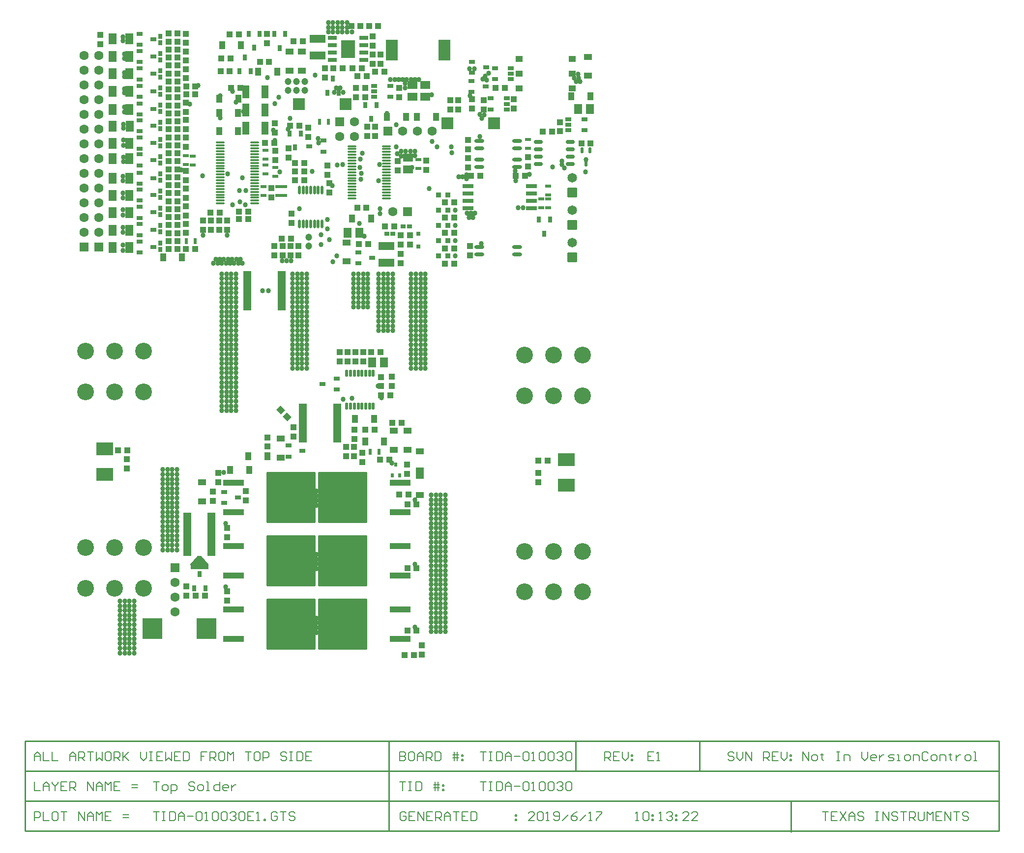
<source format=gts>
G04 Layer_Color=8388736*
%FSAX25Y25*%
%MOIN*%
G70*
G01*
G75*
%ADD49C,0.01000*%
%ADD63C,0.00800*%
G04:AMPARAMS|DCode=97|XSize=94.49mil|YSize=122.05mil|CornerRadius=1.89mil|HoleSize=0mil|Usage=FLASHONLY|Rotation=0.000|XOffset=0mil|YOffset=0mil|HoleType=Round|Shape=RoundedRectangle|*
%AMROUNDEDRECTD97*
21,1,0.09449,0.11827,0,0,0.0*
21,1,0.09071,0.12205,0,0,0.0*
1,1,0.00378,0.04535,-0.05913*
1,1,0.00378,-0.04535,-0.05913*
1,1,0.00378,-0.04535,0.05913*
1,1,0.00378,0.04535,0.05913*
%
%ADD97ROUNDEDRECTD97*%
G04:AMPARAMS|DCode=102|XSize=19.68mil|YSize=37.4mil|CornerRadius=3.94mil|HoleSize=0mil|Usage=FLASHONLY|Rotation=0.000|XOffset=0mil|YOffset=0mil|HoleType=Round|Shape=RoundedRectangle|*
%AMROUNDEDRECTD102*
21,1,0.01968,0.02953,0,0,0.0*
21,1,0.01181,0.03740,0,0,0.0*
1,1,0.00787,0.00591,-0.01476*
1,1,0.00787,-0.00591,-0.01476*
1,1,0.00787,-0.00591,0.01476*
1,1,0.00787,0.00591,0.01476*
%
%ADD102ROUNDEDRECTD102*%
%ADD103R,0.04331X0.04134*%
%ADD104R,0.04134X0.04331*%
G04:AMPARAMS|DCode=105|XSize=27.56mil|YSize=43.31mil|CornerRadius=7.87mil|HoleSize=0mil|Usage=FLASHONLY|Rotation=0.000|XOffset=0mil|YOffset=0mil|HoleType=Round|Shape=RoundedRectangle|*
%AMROUNDEDRECTD105*
21,1,0.02756,0.02756,0,0,0.0*
21,1,0.01181,0.04331,0,0,0.0*
1,1,0.01575,0.00591,-0.01378*
1,1,0.01575,-0.00591,-0.01378*
1,1,0.01575,-0.00591,0.01378*
1,1,0.01575,0.00591,0.01378*
%
%ADD105ROUNDEDRECTD105*%
G04:AMPARAMS|DCode=106|XSize=27.56mil|YSize=43.31mil|CornerRadius=7.87mil|HoleSize=0mil|Usage=FLASHONLY|Rotation=90.000|XOffset=0mil|YOffset=0mil|HoleType=Round|Shape=RoundedRectangle|*
%AMROUNDEDRECTD106*
21,1,0.02756,0.02756,0,0,90.0*
21,1,0.01181,0.04331,0,0,90.0*
1,1,0.01575,0.01378,0.00591*
1,1,0.01575,0.01378,-0.00591*
1,1,0.01575,-0.01378,-0.00591*
1,1,0.01575,-0.01378,0.00591*
%
%ADD106ROUNDEDRECTD106*%
%ADD107R,0.02756X0.03543*%
G04:AMPARAMS|DCode=108|XSize=27.56mil|YSize=61.02mil|CornerRadius=3.98mil|HoleSize=0mil|Usage=FLASHONLY|Rotation=90.000|XOffset=0mil|YOffset=0mil|HoleType=Round|Shape=RoundedRectangle|*
%AMROUNDEDRECTD108*
21,1,0.02756,0.05307,0,0,90.0*
21,1,0.01961,0.06102,0,0,90.0*
1,1,0.00795,0.02653,0.00980*
1,1,0.00795,0.02653,-0.00980*
1,1,0.00795,-0.02653,-0.00980*
1,1,0.00795,-0.02653,0.00980*
%
%ADD108ROUNDEDRECTD108*%
%ADD109O,0.01968X0.05118*%
%ADD110O,0.06102X0.02756*%
G04:AMPARAMS|DCode=111|XSize=27.56mil|YSize=43.31mil|CornerRadius=3.98mil|HoleSize=0mil|Usage=FLASHONLY|Rotation=90.000|XOffset=0mil|YOffset=0mil|HoleType=Round|Shape=RoundedRectangle|*
%AMROUNDEDRECTD111*
21,1,0.02756,0.03535,0,0,90.0*
21,1,0.01961,0.04331,0,0,90.0*
1,1,0.00795,0.01768,0.00980*
1,1,0.00795,0.01768,-0.00980*
1,1,0.00795,-0.01768,-0.00980*
1,1,0.00795,-0.01768,0.00980*
%
%ADD111ROUNDEDRECTD111*%
%ADD112O,0.06693X0.02559*%
%ADD113O,0.02165X0.05905*%
%ADD114O,0.05905X0.01575*%
%ADD115R,0.04803X0.04173*%
%ADD116R,0.08268X0.08268*%
%ADD117R,0.05512X0.13780*%
%ADD118R,0.02394X0.03894*%
%ADD119R,0.03894X0.02394*%
%ADD120R,0.05512X0.07677*%
G04:AMPARAMS|DCode=121|XSize=344.49mil|YSize=334.65mil|CornerRadius=3.62mil|HoleSize=0mil|Usage=FLASHONLY|Rotation=270.000|XOffset=0mil|YOffset=0mil|HoleType=Round|Shape=RoundedRectangle|*
%AMROUNDEDRECTD121*
21,1,0.34449,0.32740,0,0,270.0*
21,1,0.33724,0.33465,0,0,270.0*
1,1,0.00724,-0.16370,-0.16862*
1,1,0.00724,-0.16370,0.16862*
1,1,0.00724,0.16370,0.16862*
1,1,0.00724,0.16370,-0.16862*
%
%ADD121ROUNDEDRECTD121*%
G04:AMPARAMS|DCode=122|XSize=43.31mil|YSize=141.73mil|CornerRadius=3.94mil|HoleSize=0mil|Usage=FLASHONLY|Rotation=270.000|XOffset=0mil|YOffset=0mil|HoleType=Round|Shape=RoundedRectangle|*
%AMROUNDEDRECTD122*
21,1,0.04331,0.13386,0,0,270.0*
21,1,0.03543,0.14173,0,0,270.0*
1,1,0.00787,-0.06693,-0.01772*
1,1,0.00787,-0.06693,0.01772*
1,1,0.00787,0.06693,0.01772*
1,1,0.00787,0.06693,-0.01772*
%
%ADD122ROUNDEDRECTD122*%
G04:AMPARAMS|DCode=123|XSize=22.44mil|YSize=27.56mil|CornerRadius=3.91mil|HoleSize=0mil|Usage=FLASHONLY|Rotation=0.000|XOffset=0mil|YOffset=0mil|HoleType=Round|Shape=RoundedRectangle|*
%AMROUNDEDRECTD123*
21,1,0.02244,0.01974,0,0,0.0*
21,1,0.01462,0.02756,0,0,0.0*
1,1,0.00782,0.00731,-0.00987*
1,1,0.00782,-0.00731,-0.00987*
1,1,0.00782,-0.00731,0.00987*
1,1,0.00782,0.00731,0.00987*
%
%ADD123ROUNDEDRECTD123*%
%ADD124R,0.08268X0.14173*%
%ADD125R,0.13189X0.13898*%
%ADD126R,0.05276X0.29685*%
%ADD127R,0.12362X0.03504*%
%ADD128R,0.11193X0.08894*%
%ADD129R,0.03996X0.05197*%
%ADD130R,0.05197X0.03996*%
%ADD131R,0.03543X0.02756*%
%ADD132R,0.06694X0.05394*%
%ADD133R,0.05394X0.06694*%
G04:AMPARAMS|DCode=134|XSize=27.56mil|YSize=74.8mil|CornerRadius=3.98mil|HoleSize=0mil|Usage=FLASHONLY|Rotation=90.000|XOffset=0mil|YOffset=0mil|HoleType=Round|Shape=RoundedRectangle|*
%AMROUNDEDRECTD134*
21,1,0.02756,0.06685,0,0,90.0*
21,1,0.01961,0.07480,0,0,90.0*
1,1,0.00795,0.03342,0.00980*
1,1,0.00795,0.03342,-0.00980*
1,1,0.00795,-0.03342,-0.00980*
1,1,0.00795,-0.03342,0.00980*
%
%ADD134ROUNDEDRECTD134*%
%ADD135R,0.11024X0.05512*%
%ADD136R,0.04724X0.09055*%
%ADD137R,0.03543X0.03543*%
%ADD138R,0.02756X0.02756*%
G04:AMPARAMS|DCode=139|XSize=41.34mil|YSize=43.31mil|CornerRadius=0mil|HoleSize=0mil|Usage=FLASHONLY|Rotation=45.000|XOffset=0mil|YOffset=0mil|HoleType=Round|Shape=Rectangle|*
%AMROTATEDRECTD139*
4,1,4,0.00070,-0.02993,-0.02993,0.00070,-0.00070,0.02993,0.02993,-0.00070,0.00070,-0.02993,0.0*
%
%ADD139ROTATEDRECTD139*%

%ADD140C,0.06299*%
%ADD141R,0.06299X0.06299*%
%ADD142C,0.11394*%
%ADD143C,0.04724*%
G04:AMPARAMS|DCode=144|XSize=64.96mil|YSize=64.96mil|CornerRadius=3.8mil|HoleSize=0mil|Usage=FLASHONLY|Rotation=90.000|XOffset=0mil|YOffset=0mil|HoleType=Round|Shape=RoundedRectangle|*
%AMROUNDEDRECTD144*
21,1,0.06496,0.05736,0,0,90.0*
21,1,0.05736,0.06496,0,0,90.0*
1,1,0.00760,0.02868,0.02868*
1,1,0.00760,0.02868,-0.02868*
1,1,0.00760,-0.02868,-0.02868*
1,1,0.00760,-0.02868,0.02868*
%
%ADD144ROUNDEDRECTD144*%
%ADD145C,0.06496*%
%ADD146R,0.06299X0.06299*%
%ADD147C,0.03394*%
%ADD148C,0.02362*%
G36*
X0159591Y0226615D02*
X0159605Y0226614D01*
X0159613Y0226613D01*
X0159621Y0226612D01*
X0159634Y0226609D01*
X0159648Y0226607D01*
X0159655Y0226604D01*
X0159663Y0226602D01*
X0159676Y0226597D01*
X0159689Y0226593D01*
X0159696Y0226589D01*
X0159703Y0226586D01*
X0159715Y0226579D01*
X0159727Y0226572D01*
X0159733Y0226567D01*
X0159740Y0226563D01*
X0159751Y0226554D01*
X0159762Y0226546D01*
X0159767Y0226540D01*
X0159773Y0226535D01*
X0159782Y0226525D01*
X0159792Y0226515D01*
X0164319Y0221003D01*
X0164324Y0220996D01*
X0164329Y0220990D01*
X0164336Y0220979D01*
X0164344Y0220968D01*
X0164348Y0220960D01*
X0164352Y0220953D01*
X0164357Y0220941D01*
X0164363Y0220928D01*
X0164365Y0220921D01*
X0164368Y0220913D01*
X0164372Y0220900D01*
X0164375Y0220887D01*
X0164377Y0220879D01*
X0164378Y0220871D01*
X0164380Y0220857D01*
X0164382Y0220844D01*
X0164381Y0220836D01*
X0164382Y0220828D01*
X0164381Y0220814D01*
X0164381Y0220801D01*
X0164379Y0220793D01*
X0164378Y0220784D01*
X0164375Y0220771D01*
X0164373Y0220758D01*
X0164370Y0220750D01*
X0164368Y0220742D01*
X0164363Y0220730D01*
X0164359Y0220717D01*
X0164355Y0220710D01*
X0164352Y0220702D01*
X0164345Y0220691D01*
X0164338Y0220679D01*
X0164333Y0220672D01*
X0164329Y0220665D01*
X0164320Y0220655D01*
X0164312Y0220644D01*
X0164306Y0220638D01*
X0164301Y0220632D01*
X0164291Y0220623D01*
X0164281Y0220614D01*
X0164274Y0220609D01*
X0164268Y0220604D01*
X0164257Y0220597D01*
X0164245Y0220589D01*
X0164238Y0220585D01*
X0164231Y0220581D01*
X0164219Y0220576D01*
X0164206Y0220570D01*
X0164199Y0220568D01*
X0164191Y0220565D01*
X0164178Y0220562D01*
X0164165Y0220558D01*
X0164157Y0220556D01*
X0164149Y0220554D01*
X0164135Y0220553D01*
X0164122Y0220552D01*
X0164114Y0220552D01*
X0164105Y0220551D01*
X0152295D01*
X0152286Y0220552D01*
X0152278Y0220552D01*
X0152265Y0220553D01*
X0152251Y0220554D01*
X0152243Y0220556D01*
X0152235Y0220558D01*
X0152222Y0220562D01*
X0152209Y0220565D01*
X0152201Y0220568D01*
X0152194Y0220570D01*
X0152181Y0220576D01*
X0152169Y0220581D01*
X0152162Y0220585D01*
X0152155Y0220589D01*
X0152144Y0220597D01*
X0152132Y0220604D01*
X0152126Y0220609D01*
X0152119Y0220614D01*
X0152109Y0220623D01*
X0152099Y0220632D01*
X0152094Y0220638D01*
X0152088Y0220644D01*
X0152080Y0220655D01*
X0152071Y0220665D01*
X0152067Y0220672D01*
X0152062Y0220679D01*
X0152055Y0220690D01*
X0152048Y0220702D01*
X0152045Y0220710D01*
X0152041Y0220717D01*
X0152037Y0220730D01*
X0152032Y0220742D01*
X0152030Y0220750D01*
X0152027Y0220758D01*
X0152025Y0220771D01*
X0152022Y0220784D01*
X0152021Y0220793D01*
X0152019Y0220801D01*
X0152019Y0220814D01*
X0152018Y0220828D01*
X0152019Y0220836D01*
X0152018Y0220844D01*
X0152020Y0220857D01*
X0152022Y0220871D01*
X0152023Y0220879D01*
X0152024Y0220887D01*
X0152028Y0220900D01*
X0152032Y0220913D01*
X0152035Y0220921D01*
X0152037Y0220928D01*
X0152043Y0220941D01*
X0152048Y0220953D01*
X0152052Y0220960D01*
X0152056Y0220968D01*
X0152064Y0220979D01*
X0152071Y0220990D01*
X0152076Y0220996D01*
X0152081Y0221003D01*
X0156608Y0226515D01*
X0156618Y0226525D01*
X0156627Y0226535D01*
X0156633Y0226540D01*
X0156639Y0226546D01*
X0156649Y0226554D01*
X0156660Y0226563D01*
X0156667Y0226567D01*
X0156673Y0226572D01*
X0156685Y0226579D01*
X0156697Y0226586D01*
X0156704Y0226589D01*
X0156711Y0226593D01*
X0156724Y0226597D01*
X0156737Y0226602D01*
X0156745Y0226604D01*
X0156752Y0226607D01*
X0156766Y0226609D01*
X0156779Y0226612D01*
X0156787Y0226613D01*
X0156795Y0226614D01*
X0156808Y0226615D01*
X0156822Y0226616D01*
X0159578D01*
X0159591Y0226615D01*
D02*
G37*
G54D49*
X0559400Y0039400D02*
Y0059683D01*
X0440500Y0040050D02*
X0700200D01*
Y0101050D01*
X0286500Y0040050D02*
Y0101050D01*
X0040000Y0040050D02*
Y0101050D01*
X0040050Y0040050D02*
X0197600D01*
X0040050D02*
Y0101050D01*
Y0101050D02*
X0700200D01*
X0040000Y0040050D02*
X0440500D01*
X0040000Y0060383D02*
X0700000D01*
X0040000Y0080717D02*
X0700200D01*
X0413200D02*
Y0101050D01*
X0497200Y0080717D02*
Y0101050D01*
G54D63*
X0126900Y0073549D02*
X0130899D01*
X0128899D01*
Y0067551D01*
X0133898D02*
X0135897D01*
X0136897Y0068550D01*
Y0070550D01*
X0135897Y0071549D01*
X0133898D01*
X0132898Y0070550D01*
Y0068550D01*
X0133898Y0067551D01*
X0138896Y0065551D02*
Y0071549D01*
X0141895D01*
X0142895Y0070550D01*
Y0068550D01*
X0141895Y0067551D01*
X0138896D01*
X0154891Y0072549D02*
X0153891Y0073549D01*
X0151892D01*
X0150892Y0072549D01*
Y0071549D01*
X0151892Y0070550D01*
X0153891D01*
X0154891Y0069550D01*
Y0068550D01*
X0153891Y0067551D01*
X0151892D01*
X0150892Y0068550D01*
X0157890Y0067551D02*
X0159889D01*
X0160889Y0068550D01*
Y0070550D01*
X0159889Y0071549D01*
X0157890D01*
X0156890Y0070550D01*
Y0068550D01*
X0157890Y0067551D01*
X0162888D02*
X0164888D01*
X0163888D01*
Y0073549D01*
X0162888D01*
X0171885D02*
Y0067551D01*
X0168886D01*
X0167887Y0068550D01*
Y0070550D01*
X0168886Y0071549D01*
X0171885D01*
X0176884Y0067551D02*
X0174884D01*
X0173885Y0068550D01*
Y0070550D01*
X0174884Y0071549D01*
X0176884D01*
X0177884Y0070550D01*
Y0069550D01*
X0173885D01*
X0179883Y0071549D02*
Y0067551D01*
Y0069550D01*
X0180883Y0070550D01*
X0181882Y0071549D01*
X0182882D01*
X0126900Y0073549D02*
X0130899D01*
X0128899D01*
Y0067551D01*
X0133898D02*
X0135897D01*
X0136897Y0068550D01*
Y0070550D01*
X0135897Y0071549D01*
X0133898D01*
X0132898Y0070550D01*
Y0068550D01*
X0133898Y0067551D01*
X0138896Y0065551D02*
Y0071549D01*
X0141895D01*
X0142895Y0070550D01*
Y0068550D01*
X0141895Y0067551D01*
X0138896D01*
X0154891Y0072549D02*
X0153891Y0073549D01*
X0151892D01*
X0150892Y0072549D01*
Y0071549D01*
X0151892Y0070550D01*
X0153891D01*
X0154891Y0069550D01*
Y0068550D01*
X0153891Y0067551D01*
X0151892D01*
X0150892Y0068550D01*
X0157890Y0067551D02*
X0159889D01*
X0160889Y0068550D01*
Y0070550D01*
X0159889Y0071549D01*
X0157890D01*
X0156890Y0070550D01*
Y0068550D01*
X0157890Y0067551D01*
X0162888D02*
X0164888D01*
X0163888D01*
Y0073549D01*
X0162888D01*
X0171885D02*
Y0067551D01*
X0168886D01*
X0167887Y0068550D01*
Y0070550D01*
X0168886Y0071549D01*
X0171885D01*
X0176884Y0067551D02*
X0174884D01*
X0173885Y0068550D01*
Y0070550D01*
X0174884Y0071549D01*
X0176884D01*
X0177884Y0070550D01*
Y0069550D01*
X0173885D01*
X0179883Y0071549D02*
Y0067551D01*
Y0069550D01*
X0180883Y0070550D01*
X0181882Y0071549D01*
X0182882D01*
X0348550Y0073498D02*
X0352549D01*
X0350549D01*
Y0067500D01*
X0354548Y0073498D02*
X0356547D01*
X0355548D01*
Y0067500D01*
X0354548D01*
X0356547D01*
X0359546Y0073498D02*
Y0067500D01*
X0362545D01*
X0363545Y0068500D01*
Y0072498D01*
X0362545Y0073498D01*
X0359546D01*
X0365545Y0067500D02*
Y0071499D01*
X0367544Y0073498D01*
X0369543Y0071499D01*
Y0067500D01*
Y0070499D01*
X0365545D01*
X0371543D02*
X0375541D01*
X0377541Y0072498D02*
X0378540Y0073498D01*
X0380540D01*
X0381539Y0072498D01*
Y0068500D01*
X0380540Y0067500D01*
X0378540D01*
X0377541Y0068500D01*
Y0072498D01*
X0383539Y0067500D02*
X0385538D01*
X0384538D01*
Y0073498D01*
X0383539Y0072498D01*
X0388537D02*
X0389537Y0073498D01*
X0391536D01*
X0392536Y0072498D01*
Y0068500D01*
X0391536Y0067500D01*
X0389537D01*
X0388537Y0068500D01*
Y0072498D01*
X0394535D02*
X0395535Y0073498D01*
X0397534D01*
X0398534Y0072498D01*
Y0068500D01*
X0397534Y0067500D01*
X0395535D01*
X0394535Y0068500D01*
Y0072498D01*
X0400533D02*
X0401533Y0073498D01*
X0403532D01*
X0404532Y0072498D01*
Y0071499D01*
X0403532Y0070499D01*
X0402532D01*
X0403532D01*
X0404532Y0069499D01*
Y0068500D01*
X0403532Y0067500D01*
X0401533D01*
X0400533Y0068500D01*
X0406531Y0072498D02*
X0407531Y0073498D01*
X0409530D01*
X0410530Y0072498D01*
Y0068500D01*
X0409530Y0067500D01*
X0407531D01*
X0406531Y0068500D01*
Y0072498D01*
X0294000Y0073498D02*
X0297999D01*
X0295999D01*
Y0067500D01*
X0299998Y0073498D02*
X0301997D01*
X0300998D01*
Y0067500D01*
X0299998D01*
X0301997D01*
X0304996Y0073498D02*
Y0067500D01*
X0307996D01*
X0308995Y0068500D01*
Y0072498D01*
X0307996Y0073498D01*
X0304996D01*
X0317992Y0067500D02*
Y0073498D01*
X0319992D02*
Y0067500D01*
X0316993Y0071499D02*
X0319992D01*
X0320991D01*
X0316993Y0069499D02*
X0320991D01*
X0322991Y0071499D02*
X0323990D01*
Y0070499D01*
X0322991D01*
Y0071499D01*
Y0068500D02*
X0323990D01*
Y0067500D01*
X0322991D01*
Y0068500D01*
X0580500Y0052965D02*
X0584499D01*
X0582499D01*
Y0046966D01*
X0590497Y0052965D02*
X0586498D01*
Y0046966D01*
X0590497D01*
X0586498Y0049966D02*
X0588497D01*
X0592496Y0052965D02*
X0596495Y0046966D01*
Y0052965D02*
X0592496Y0046966D01*
X0598494D02*
Y0050965D01*
X0600493Y0052965D01*
X0602493Y0050965D01*
Y0046966D01*
Y0049966D01*
X0598494D01*
X0608491Y0051965D02*
X0607491Y0052965D01*
X0605492D01*
X0604492Y0051965D01*
Y0050965D01*
X0605492Y0049966D01*
X0607491D01*
X0608491Y0048966D01*
Y0047966D01*
X0607491Y0046966D01*
X0605492D01*
X0604492Y0047966D01*
X0616488Y0052965D02*
X0618488D01*
X0617488D01*
Y0046966D01*
X0616488D01*
X0618488D01*
X0621487D02*
Y0052965D01*
X0625486Y0046966D01*
Y0052965D01*
X0631484Y0051965D02*
X0630484Y0052965D01*
X0628484D01*
X0627485Y0051965D01*
Y0050965D01*
X0628484Y0049966D01*
X0630484D01*
X0631484Y0048966D01*
Y0047966D01*
X0630484Y0046966D01*
X0628484D01*
X0627485Y0047966D01*
X0633483Y0052965D02*
X0637482D01*
X0635482D01*
Y0046966D01*
X0639481D02*
Y0052965D01*
X0642480D01*
X0643480Y0051965D01*
Y0049966D01*
X0642480Y0048966D01*
X0639481D01*
X0641480D02*
X0643480Y0046966D01*
X0645479Y0052965D02*
Y0047966D01*
X0646479Y0046966D01*
X0648478D01*
X0649478Y0047966D01*
Y0052965D01*
X0651477Y0046966D02*
Y0052965D01*
X0653476Y0050965D01*
X0655476Y0052965D01*
Y0046966D01*
X0661474Y0052965D02*
X0657475D01*
Y0046966D01*
X0661474D01*
X0657475Y0049966D02*
X0659474D01*
X0663473Y0046966D02*
Y0052965D01*
X0667472Y0046966D01*
Y0052965D01*
X0669471D02*
X0673470D01*
X0671471D01*
Y0046966D01*
X0679468Y0051965D02*
X0678468Y0052965D01*
X0676469D01*
X0675469Y0051965D01*
Y0050965D01*
X0676469Y0049966D01*
X0678468D01*
X0679468Y0048966D01*
Y0047966D01*
X0678468Y0046966D01*
X0676469D01*
X0675469Y0047966D01*
X0454050Y0046966D02*
X0456049D01*
X0455050D01*
Y0052965D01*
X0454050Y0051965D01*
X0459048D02*
X0460048Y0052965D01*
X0462047D01*
X0463047Y0051965D01*
Y0047966D01*
X0462047Y0046966D01*
X0460048D01*
X0459048Y0047966D01*
Y0051965D01*
X0465046Y0050965D02*
X0466046D01*
Y0049966D01*
X0465046D01*
Y0050965D01*
Y0047966D02*
X0466046D01*
Y0046966D01*
X0465046D01*
Y0047966D01*
X0470045Y0046966D02*
X0472044D01*
X0471044D01*
Y0052965D01*
X0470045Y0051965D01*
X0475043D02*
X0476043Y0052965D01*
X0478042D01*
X0479042Y0051965D01*
Y0050965D01*
X0478042Y0049966D01*
X0477043D01*
X0478042D01*
X0479042Y0048966D01*
Y0047966D01*
X0478042Y0046966D01*
X0476043D01*
X0475043Y0047966D01*
X0481041Y0050965D02*
X0482041D01*
Y0049966D01*
X0481041D01*
Y0050965D01*
Y0047966D02*
X0482041D01*
Y0046966D01*
X0481041D01*
Y0047966D01*
X0490038Y0046966D02*
X0486040D01*
X0490038Y0050965D01*
Y0051965D01*
X0489039Y0052965D01*
X0487039D01*
X0486040Y0051965D01*
X0496036Y0046966D02*
X0492038D01*
X0496036Y0050965D01*
Y0051965D01*
X0495037Y0052965D01*
X0493037D01*
X0492038Y0051965D01*
X0046350Y0046966D02*
Y0052965D01*
X0049349D01*
X0050349Y0051965D01*
Y0049966D01*
X0049349Y0048966D01*
X0046350D01*
X0052348Y0052965D02*
Y0046966D01*
X0056347D01*
X0061345Y0052965D02*
X0059346D01*
X0058346Y0051965D01*
Y0047966D01*
X0059346Y0046966D01*
X0061345D01*
X0062345Y0047966D01*
Y0051965D01*
X0061345Y0052965D01*
X0064344D02*
X0068343D01*
X0066343D01*
Y0046966D01*
X0076340D02*
Y0052965D01*
X0080339Y0046966D01*
Y0052965D01*
X0082338Y0046966D02*
Y0050965D01*
X0084338Y0052965D01*
X0086337Y0050965D01*
Y0046966D01*
Y0049966D01*
X0082338D01*
X0088336Y0046966D02*
Y0052965D01*
X0090336Y0050965D01*
X0092335Y0052965D01*
Y0046966D01*
X0098333Y0052965D02*
X0094335D01*
Y0046966D01*
X0098333D01*
X0094335Y0049966D02*
X0096334D01*
X0106331Y0048966D02*
X0110329D01*
X0106331Y0050965D02*
X0110329D01*
X0046350Y0073549D02*
Y0067551D01*
X0050349D01*
X0052348D02*
Y0071549D01*
X0054347Y0073549D01*
X0056347Y0071549D01*
Y0067551D01*
Y0070550D01*
X0052348D01*
X0058346Y0073549D02*
Y0072549D01*
X0060346Y0070550D01*
X0062345Y0072549D01*
Y0073549D01*
X0060346Y0070550D02*
Y0067551D01*
X0068343Y0073549D02*
X0064344D01*
Y0067551D01*
X0068343D01*
X0064344Y0070550D02*
X0066343D01*
X0070342Y0067551D02*
Y0073549D01*
X0073341D01*
X0074341Y0072549D01*
Y0070550D01*
X0073341Y0069550D01*
X0070342D01*
X0072342D02*
X0074341Y0067551D01*
X0082338D02*
Y0073549D01*
X0086337Y0067551D01*
Y0073549D01*
X0088336Y0067551D02*
Y0071549D01*
X0090336Y0073549D01*
X0092335Y0071549D01*
Y0067551D01*
Y0070550D01*
X0088336D01*
X0094335Y0067551D02*
Y0073549D01*
X0096334Y0071549D01*
X0098333Y0073549D01*
Y0067551D01*
X0104331Y0073549D02*
X0100332D01*
Y0067551D01*
X0104331D01*
X0100332Y0070550D02*
X0102332D01*
X0112329Y0069550D02*
X0116327D01*
X0112329Y0071549D02*
X0116327D01*
X0294000Y0093831D02*
Y0087833D01*
X0296999D01*
X0297999Y0088833D01*
Y0089833D01*
X0296999Y0090832D01*
X0294000D01*
X0296999D01*
X0297999Y0091832D01*
Y0092832D01*
X0296999Y0093831D01*
X0294000D01*
X0302997D02*
X0300998D01*
X0299998Y0092832D01*
Y0088833D01*
X0300998Y0087833D01*
X0302997D01*
X0303997Y0088833D01*
Y0092832D01*
X0302997Y0093831D01*
X0305996Y0087833D02*
Y0091832D01*
X0307996Y0093831D01*
X0309995Y0091832D01*
Y0087833D01*
Y0090832D01*
X0305996D01*
X0311994Y0087833D02*
Y0093831D01*
X0314993D01*
X0315993Y0092832D01*
Y0090832D01*
X0314993Y0089833D01*
X0311994D01*
X0313994D02*
X0315993Y0087833D01*
X0317992Y0093831D02*
Y0087833D01*
X0320991D01*
X0321991Y0088833D01*
Y0092832D01*
X0320991Y0093831D01*
X0317992D01*
X0330988Y0087833D02*
Y0093831D01*
X0332987D02*
Y0087833D01*
X0329988Y0091832D02*
X0332987D01*
X0333987D01*
X0329988Y0089833D02*
X0333987D01*
X0335986Y0091832D02*
X0336986D01*
Y0090832D01*
X0335986D01*
Y0091832D01*
Y0088833D02*
X0336986D01*
Y0087833D01*
X0335986D01*
Y0088833D01*
X0348550Y0093831D02*
X0352549D01*
X0350549D01*
Y0087833D01*
X0354548Y0093831D02*
X0356547D01*
X0355548D01*
Y0087833D01*
X0354548D01*
X0356547D01*
X0359546Y0093831D02*
Y0087833D01*
X0362545D01*
X0363545Y0088833D01*
Y0092832D01*
X0362545Y0093831D01*
X0359546D01*
X0365545Y0087833D02*
Y0091832D01*
X0367544Y0093831D01*
X0369543Y0091832D01*
Y0087833D01*
Y0090832D01*
X0365545D01*
X0371543D02*
X0375541D01*
X0377541Y0092832D02*
X0378540Y0093831D01*
X0380540D01*
X0381539Y0092832D01*
Y0088833D01*
X0380540Y0087833D01*
X0378540D01*
X0377541Y0088833D01*
Y0092832D01*
X0383539Y0087833D02*
X0385538D01*
X0384538D01*
Y0093831D01*
X0383539Y0092832D01*
X0388537D02*
X0389537Y0093831D01*
X0391536D01*
X0392536Y0092832D01*
Y0088833D01*
X0391536Y0087833D01*
X0389537D01*
X0388537Y0088833D01*
Y0092832D01*
X0394535D02*
X0395535Y0093831D01*
X0397534D01*
X0398534Y0092832D01*
Y0088833D01*
X0397534Y0087833D01*
X0395535D01*
X0394535Y0088833D01*
Y0092832D01*
X0400533D02*
X0401533Y0093831D01*
X0403532D01*
X0404532Y0092832D01*
Y0091832D01*
X0403532Y0090832D01*
X0402532D01*
X0403532D01*
X0404532Y0089833D01*
Y0088833D01*
X0403532Y0087833D01*
X0401533D01*
X0400533Y0088833D01*
X0406531Y0092832D02*
X0407531Y0093831D01*
X0409530D01*
X0410530Y0092832D01*
Y0088833D01*
X0409530Y0087833D01*
X0407531D01*
X0406531Y0088833D01*
Y0092832D01*
X0466149Y0093831D02*
X0462150D01*
Y0087833D01*
X0466149D01*
X0462150Y0090832D02*
X0464149D01*
X0468148Y0087833D02*
X0470147D01*
X0469148D01*
Y0093831D01*
X0468148Y0092832D01*
X0046350Y0087833D02*
Y0091832D01*
X0048349Y0093831D01*
X0050349Y0091832D01*
Y0087833D01*
Y0090832D01*
X0046350D01*
X0052348Y0093831D02*
Y0087833D01*
X0056347D01*
X0058346Y0093831D02*
Y0087833D01*
X0062345D01*
X0070342D02*
Y0091832D01*
X0072342Y0093831D01*
X0074341Y0091832D01*
Y0087833D01*
Y0090832D01*
X0070342D01*
X0076340Y0087833D02*
Y0093831D01*
X0079339D01*
X0080339Y0092832D01*
Y0090832D01*
X0079339Y0089833D01*
X0076340D01*
X0078340D02*
X0080339Y0087833D01*
X0082338Y0093831D02*
X0086337D01*
X0084338D01*
Y0087833D01*
X0088336Y0093831D02*
Y0087833D01*
X0090336Y0089833D01*
X0092335Y0087833D01*
Y0093831D01*
X0097334D02*
X0095334D01*
X0094335Y0092832D01*
Y0088833D01*
X0095334Y0087833D01*
X0097334D01*
X0098333Y0088833D01*
Y0092832D01*
X0097334Y0093831D01*
X0100332Y0087833D02*
Y0093831D01*
X0103332D01*
X0104331Y0092832D01*
Y0090832D01*
X0103332Y0089833D01*
X0100332D01*
X0102332D02*
X0104331Y0087833D01*
X0106331Y0093831D02*
Y0087833D01*
Y0089833D01*
X0110329Y0093831D01*
X0107330Y0090832D01*
X0110329Y0087833D01*
X0118327Y0093831D02*
Y0089833D01*
X0120326Y0087833D01*
X0122325Y0089833D01*
Y0093831D01*
X0124325D02*
X0126324D01*
X0125324D01*
Y0087833D01*
X0124325D01*
X0126324D01*
X0133322Y0093831D02*
X0129323D01*
Y0087833D01*
X0133322D01*
X0129323Y0090832D02*
X0131323D01*
X0135321Y0093831D02*
Y0087833D01*
X0137321Y0089833D01*
X0139320Y0087833D01*
Y0093831D01*
X0145318D02*
X0141319D01*
Y0087833D01*
X0145318D01*
X0141319Y0090832D02*
X0143319D01*
X0147317Y0093831D02*
Y0087833D01*
X0150316D01*
X0151316Y0088833D01*
Y0092832D01*
X0150316Y0093831D01*
X0147317D01*
X0163312D02*
X0159313D01*
Y0090832D01*
X0161313D01*
X0159313D01*
Y0087833D01*
X0165312D02*
Y0093831D01*
X0168310D01*
X0169310Y0092832D01*
Y0090832D01*
X0168310Y0089833D01*
X0165312D01*
X0167311D02*
X0169310Y0087833D01*
X0174309Y0093831D02*
X0172309D01*
X0171310Y0092832D01*
Y0088833D01*
X0172309Y0087833D01*
X0174309D01*
X0175308Y0088833D01*
Y0092832D01*
X0174309Y0093831D01*
X0177308Y0087833D02*
Y0093831D01*
X0179307Y0091832D01*
X0181306Y0093831D01*
Y0087833D01*
X0189304Y0093831D02*
X0193303D01*
X0191303D01*
Y0087833D01*
X0198301Y0093831D02*
X0196301D01*
X0195302Y0092832D01*
Y0088833D01*
X0196301Y0087833D01*
X0198301D01*
X0199301Y0088833D01*
Y0092832D01*
X0198301Y0093831D01*
X0201300Y0087833D02*
Y0093831D01*
X0204299D01*
X0205299Y0092832D01*
Y0090832D01*
X0204299Y0089833D01*
X0201300D01*
X0217295Y0092832D02*
X0216295Y0093831D01*
X0214296D01*
X0213296Y0092832D01*
Y0091832D01*
X0214296Y0090832D01*
X0216295D01*
X0217295Y0089833D01*
Y0088833D01*
X0216295Y0087833D01*
X0214296D01*
X0213296Y0088833D01*
X0219294Y0093831D02*
X0221293D01*
X0220294D01*
Y0087833D01*
X0219294D01*
X0221293D01*
X0224292Y0093831D02*
Y0087833D01*
X0227291D01*
X0228291Y0088833D01*
Y0092832D01*
X0227291Y0093831D01*
X0224292D01*
X0234289D02*
X0230291D01*
Y0087833D01*
X0234289D01*
X0230291Y0090832D02*
X0232290D01*
X0298199Y0051965D02*
X0297199Y0052965D01*
X0295200D01*
X0294200Y0051965D01*
Y0047966D01*
X0295200Y0046966D01*
X0297199D01*
X0298199Y0047966D01*
Y0049966D01*
X0296199D01*
X0304197Y0052965D02*
X0300198D01*
Y0046966D01*
X0304197D01*
X0300198Y0049966D02*
X0302197D01*
X0306196Y0046966D02*
Y0052965D01*
X0310195Y0046966D01*
Y0052965D01*
X0316193D02*
X0312194D01*
Y0046966D01*
X0316193D01*
X0312194Y0049966D02*
X0314194D01*
X0318192Y0046966D02*
Y0052965D01*
X0321191D01*
X0322191Y0051965D01*
Y0049966D01*
X0321191Y0048966D01*
X0318192D01*
X0320192D02*
X0322191Y0046966D01*
X0324190D02*
Y0050965D01*
X0326190Y0052965D01*
X0328189Y0050965D01*
Y0046966D01*
Y0049966D01*
X0324190D01*
X0330188Y0052965D02*
X0334187D01*
X0332188D01*
Y0046966D01*
X0340185Y0052965D02*
X0336186D01*
Y0046966D01*
X0340185D01*
X0336186Y0049966D02*
X0338186D01*
X0342184Y0052965D02*
Y0046966D01*
X0345183D01*
X0346183Y0047966D01*
Y0051965D01*
X0345183Y0052965D01*
X0342184D01*
X0372175Y0050965D02*
X0373175D01*
Y0049966D01*
X0372175D01*
Y0050965D01*
Y0047966D02*
X0373175D01*
Y0046966D01*
X0372175D01*
Y0047966D01*
X0385149Y0046966D02*
X0381150D01*
X0385149Y0050965D01*
Y0051965D01*
X0384149Y0052965D01*
X0382150D01*
X0381150Y0051965D01*
X0387148D02*
X0388148Y0052965D01*
X0390147D01*
X0391147Y0051965D01*
Y0047966D01*
X0390147Y0046966D01*
X0388148D01*
X0387148Y0047966D01*
Y0051965D01*
X0393146Y0046966D02*
X0395146D01*
X0394146D01*
Y0052965D01*
X0393146Y0051965D01*
X0398145Y0047966D02*
X0399144Y0046966D01*
X0401144D01*
X0402143Y0047966D01*
Y0051965D01*
X0401144Y0052965D01*
X0399144D01*
X0398145Y0051965D01*
Y0050965D01*
X0399144Y0049966D01*
X0402143D01*
X0404143Y0046966D02*
X0408141Y0050965D01*
X0414139Y0052965D02*
X0412140Y0051965D01*
X0410141Y0049966D01*
Y0047966D01*
X0411140Y0046966D01*
X0413140D01*
X0414139Y0047966D01*
Y0048966D01*
X0413140Y0049966D01*
X0410141D01*
X0416139Y0046966D02*
X0420137Y0050965D01*
X0422137Y0046966D02*
X0424136D01*
X0423136D01*
Y0052965D01*
X0422137Y0051965D01*
X0427135Y0052965D02*
X0431134D01*
Y0051965D01*
X0427135Y0047966D01*
Y0046966D01*
X0126900Y0052965D02*
X0130899D01*
X0128899D01*
Y0046966D01*
X0132898Y0052965D02*
X0134897D01*
X0133898D01*
Y0046966D01*
X0132898D01*
X0134897D01*
X0137896Y0052965D02*
Y0046966D01*
X0140895D01*
X0141895Y0047966D01*
Y0051965D01*
X0140895Y0052965D01*
X0137896D01*
X0143895Y0046966D02*
Y0050965D01*
X0145894Y0052965D01*
X0147893Y0050965D01*
Y0046966D01*
Y0049966D01*
X0143895D01*
X0149893D02*
X0153891D01*
X0155891Y0051965D02*
X0156890Y0052965D01*
X0158890D01*
X0159889Y0051965D01*
Y0047966D01*
X0158890Y0046966D01*
X0156890D01*
X0155891Y0047966D01*
Y0051965D01*
X0161889Y0046966D02*
X0163888D01*
X0162888D01*
Y0052965D01*
X0161889Y0051965D01*
X0166887D02*
X0167887Y0052965D01*
X0169886D01*
X0170886Y0051965D01*
Y0047966D01*
X0169886Y0046966D01*
X0167887D01*
X0166887Y0047966D01*
Y0051965D01*
X0172885D02*
X0173885Y0052965D01*
X0175884D01*
X0176884Y0051965D01*
Y0047966D01*
X0175884Y0046966D01*
X0173885D01*
X0172885Y0047966D01*
Y0051965D01*
X0178883D02*
X0179883Y0052965D01*
X0181882D01*
X0182882Y0051965D01*
Y0050965D01*
X0181882Y0049966D01*
X0180883D01*
X0181882D01*
X0182882Y0048966D01*
Y0047966D01*
X0181882Y0046966D01*
X0179883D01*
X0178883Y0047966D01*
X0184881Y0051965D02*
X0185881Y0052965D01*
X0187880D01*
X0188880Y0051965D01*
Y0047966D01*
X0187880Y0046966D01*
X0185881D01*
X0184881Y0047966D01*
Y0051965D01*
X0194878Y0052965D02*
X0190879D01*
Y0046966D01*
X0194878D01*
X0190879Y0049966D02*
X0192879D01*
X0196877Y0046966D02*
X0198877D01*
X0197877D01*
Y0052965D01*
X0196877Y0051965D01*
X0201876Y0046966D02*
Y0047966D01*
X0202875D01*
Y0046966D01*
X0201876D01*
X0210873Y0051965D02*
X0209873Y0052965D01*
X0207874D01*
X0206874Y0051965D01*
Y0047966D01*
X0207874Y0046966D01*
X0209873D01*
X0210873Y0047966D01*
Y0049966D01*
X0208874D01*
X0212872Y0052965D02*
X0216871D01*
X0214872D01*
Y0046966D01*
X0222869Y0051965D02*
X0221869Y0052965D01*
X0219870D01*
X0218870Y0051965D01*
Y0050965D01*
X0219870Y0049966D01*
X0221869D01*
X0222869Y0048966D01*
Y0047966D01*
X0221869Y0046966D01*
X0219870D01*
X0218870Y0047966D01*
X0433000Y0087833D02*
Y0093831D01*
X0435999D01*
X0436999Y0092832D01*
Y0090832D01*
X0435999Y0089833D01*
X0433000D01*
X0434999D02*
X0436999Y0087833D01*
X0442997Y0093831D02*
X0438998D01*
Y0087833D01*
X0442997D01*
X0438998Y0090832D02*
X0440997D01*
X0444996Y0093831D02*
Y0089833D01*
X0446995Y0087833D01*
X0448995Y0089833D01*
Y0093831D01*
X0450994Y0091832D02*
X0451994D01*
Y0090832D01*
X0450994D01*
Y0091832D01*
Y0088833D02*
X0451994D01*
Y0087833D01*
X0450994D01*
Y0088833D01*
X0520799Y0092832D02*
X0519799Y0093831D01*
X0517800D01*
X0516800Y0092832D01*
Y0091832D01*
X0517800Y0090832D01*
X0519799D01*
X0520799Y0089833D01*
Y0088833D01*
X0519799Y0087833D01*
X0517800D01*
X0516800Y0088833D01*
X0522798Y0093831D02*
Y0089833D01*
X0524797Y0087833D01*
X0526797Y0089833D01*
Y0093831D01*
X0528796Y0087833D02*
Y0093831D01*
X0532795Y0087833D01*
Y0093831D01*
X0540792Y0087833D02*
Y0093831D01*
X0543791D01*
X0544791Y0092832D01*
Y0090832D01*
X0543791Y0089833D01*
X0540792D01*
X0542792D02*
X0544791Y0087833D01*
X0550789Y0093831D02*
X0546790D01*
Y0087833D01*
X0550789D01*
X0546790Y0090832D02*
X0548790D01*
X0552788Y0093831D02*
Y0089833D01*
X0554788Y0087833D01*
X0556787Y0089833D01*
Y0093831D01*
X0558786Y0091832D02*
X0559786D01*
Y0090832D01*
X0558786D01*
Y0091832D01*
Y0088833D02*
X0559786D01*
Y0087833D01*
X0558786D01*
Y0088833D01*
X0567400Y0087833D02*
Y0093831D01*
X0571399Y0087833D01*
Y0093831D01*
X0574398Y0087833D02*
X0576397D01*
X0577397Y0088833D01*
Y0090832D01*
X0576397Y0091832D01*
X0574398D01*
X0573398Y0090832D01*
Y0088833D01*
X0574398Y0087833D01*
X0580396Y0092832D02*
Y0091832D01*
X0579396D01*
X0581395D01*
X0580396D01*
Y0088833D01*
X0581395Y0087833D01*
X0590393Y0093831D02*
X0592392D01*
X0591392D01*
Y0087833D01*
X0590393D01*
X0592392D01*
X0595391D02*
Y0091832D01*
X0598390D01*
X0599390Y0090832D01*
Y0087833D01*
X0607387Y0093831D02*
Y0089833D01*
X0609386Y0087833D01*
X0611386Y0089833D01*
Y0093831D01*
X0616384Y0087833D02*
X0614385D01*
X0613385Y0088833D01*
Y0090832D01*
X0614385Y0091832D01*
X0616384D01*
X0617384Y0090832D01*
Y0089833D01*
X0613385D01*
X0619383Y0091832D02*
Y0087833D01*
Y0089833D01*
X0620383Y0090832D01*
X0621383Y0091832D01*
X0622382D01*
X0625381Y0087833D02*
X0628380D01*
X0629380Y0088833D01*
X0628380Y0089833D01*
X0626381D01*
X0625381Y0090832D01*
X0626381Y0091832D01*
X0629380D01*
X0631379Y0087833D02*
X0633379D01*
X0632379D01*
Y0091832D01*
X0631379D01*
X0637377Y0087833D02*
X0639377D01*
X0640376Y0088833D01*
Y0090832D01*
X0639377Y0091832D01*
X0637377D01*
X0636378Y0090832D01*
Y0088833D01*
X0637377Y0087833D01*
X0642376D02*
Y0091832D01*
X0645375D01*
X0646374Y0090832D01*
Y0087833D01*
X0652373Y0092832D02*
X0651373Y0093831D01*
X0649373D01*
X0648374Y0092832D01*
Y0088833D01*
X0649373Y0087833D01*
X0651373D01*
X0652373Y0088833D01*
X0655372Y0087833D02*
X0657371D01*
X0658371Y0088833D01*
Y0090832D01*
X0657371Y0091832D01*
X0655372D01*
X0654372Y0090832D01*
Y0088833D01*
X0655372Y0087833D01*
X0660370D02*
Y0091832D01*
X0663369D01*
X0664369Y0090832D01*
Y0087833D01*
X0667368Y0092832D02*
Y0091832D01*
X0666368D01*
X0668367D01*
X0667368D01*
Y0088833D01*
X0668367Y0087833D01*
X0671366Y0091832D02*
Y0087833D01*
Y0089833D01*
X0672366Y0090832D01*
X0673366Y0091832D01*
X0674365D01*
X0678364Y0087833D02*
X0680364D01*
X0681363Y0088833D01*
Y0090832D01*
X0680364Y0091832D01*
X0678364D01*
X0677364Y0090832D01*
Y0088833D01*
X0678364Y0087833D01*
X0683362D02*
X0685362D01*
X0684362D01*
Y0093831D01*
X0683362D01*
G54D97*
X0258900Y0570900D02*
D03*
G54D102*
X0422859Y0502029D02*
D03*
X0417741D02*
D03*
X0420300Y0493171D02*
D03*
G54D103*
X0273150Y0586300D02*
D03*
X0279450D02*
D03*
X0223050Y0493300D02*
D03*
X0229350D02*
D03*
X0271450Y0463200D02*
D03*
X0265150D02*
D03*
X0171850Y0459900D02*
D03*
X0165550D02*
D03*
X0137151Y0451335D02*
D03*
X0143450D02*
D03*
X0228250Y0576000D02*
D03*
X0221950D02*
D03*
X0185050Y0580700D02*
D03*
X0178750D02*
D03*
X0289050Y0317000D02*
D03*
X0295350D02*
D03*
X0300050Y0268400D02*
D03*
X0293750D02*
D03*
X0280650Y0292100D02*
D03*
X0286950D02*
D03*
X0276850Y0312600D02*
D03*
X0270550D02*
D03*
X0281450Y0335800D02*
D03*
X0287750D02*
D03*
X0274750Y0365100D02*
D03*
X0281050D02*
D03*
X0423450Y0506700D02*
D03*
X0417150D02*
D03*
X0330950Y0466700D02*
D03*
X0324650D02*
D03*
X0330950Y0456325D02*
D03*
X0324650D02*
D03*
X0330950Y0445950D02*
D03*
X0324650D02*
D03*
X0330950Y0435575D02*
D03*
X0324650D02*
D03*
X0330950Y0425200D02*
D03*
X0324650D02*
D03*
X0223050Y0487800D02*
D03*
X0229350D02*
D03*
X0219750Y0518900D02*
D03*
X0226050D02*
D03*
X0290250Y0450400D02*
D03*
X0283950D02*
D03*
X0266352Y0438500D02*
D03*
X0272651D02*
D03*
X0208850Y0507000D02*
D03*
X0202550D02*
D03*
X0179550Y0544400D02*
D03*
X0185850D02*
D03*
X0191350Y0455400D02*
D03*
X0185050D02*
D03*
X0137151Y0581290D02*
D03*
X0143450D02*
D03*
X0137151Y0570461D02*
D03*
X0143450D02*
D03*
X0137151Y0559631D02*
D03*
X0143450D02*
D03*
X0137151Y0548802D02*
D03*
X0143450D02*
D03*
X0137151Y0575876D02*
D03*
X0143450D02*
D03*
X0137151Y0565046D02*
D03*
X0143450D02*
D03*
X0137151Y0554216D02*
D03*
X0143450D02*
D03*
X0137151Y0543387D02*
D03*
X0143450D02*
D03*
X0199150Y0562100D02*
D03*
X0205450D02*
D03*
X0172981Y0564342D02*
D03*
X0179280D02*
D03*
X0172481Y0555642D02*
D03*
X0178780D02*
D03*
X0137151Y0532557D02*
D03*
X0143450D02*
D03*
X0137151Y0521728D02*
D03*
X0143450D02*
D03*
X0137151Y0510898D02*
D03*
X0143450D02*
D03*
X0137151Y0500068D02*
D03*
X0143450D02*
D03*
X0137151Y0537972D02*
D03*
X0143450D02*
D03*
X0137151Y0527142D02*
D03*
X0143450D02*
D03*
X0137151Y0516313D02*
D03*
X0143450D02*
D03*
X0137151Y0505483D02*
D03*
X0143450D02*
D03*
X0137151Y0494654D02*
D03*
X0143450D02*
D03*
X0137151Y0483824D02*
D03*
X0143450D02*
D03*
X0137151Y0472994D02*
D03*
X0143450D02*
D03*
X0137151Y0462165D02*
D03*
X0143450D02*
D03*
X0137151Y0440506D02*
D03*
X0143450D02*
D03*
X0137151Y0489239D02*
D03*
X0143450D02*
D03*
X0137151Y0478409D02*
D03*
X0143450D02*
D03*
X0137151Y0467580D02*
D03*
X0143450D02*
D03*
X0137151Y0456750D02*
D03*
X0143450D02*
D03*
X0137151Y0445920D02*
D03*
X0143450D02*
D03*
X0137151Y0435091D02*
D03*
X0143450D02*
D03*
X0394250Y0291500D02*
D03*
X0387950D02*
D03*
X0303550Y0159600D02*
D03*
X0297250D02*
D03*
X0261150Y0586300D02*
D03*
X0267450D02*
D03*
X0220399Y0442000D02*
D03*
X0214100D02*
D03*
X0378950Y0484700D02*
D03*
X0372650D02*
D03*
X0365350Y0544600D02*
D03*
X0359050D02*
D03*
X0397150Y0514800D02*
D03*
X0390850D02*
D03*
X0342350Y0484700D02*
D03*
X0348650D02*
D03*
X0229350Y0481800D02*
D03*
X0223050D02*
D03*
X0185050Y0460500D02*
D03*
X0191350D02*
D03*
X0149150Y0545500D02*
D03*
X0155450D02*
D03*
X0149150Y0540100D02*
D03*
X0155450D02*
D03*
X0149050Y0435000D02*
D03*
X0155350D02*
D03*
X0283550Y0555300D02*
D03*
X0277250D02*
D03*
X0161950Y0199700D02*
D03*
X0155650D02*
D03*
X0305450Y0176000D02*
D03*
X0299150D02*
D03*
X0305450Y0218600D02*
D03*
X0299150D02*
D03*
X0305450Y0261900D02*
D03*
X0299150D02*
D03*
X0102850Y0298300D02*
D03*
X0109150D02*
D03*
X0255150Y0557900D02*
D03*
X0248850D02*
D03*
X0271550Y0552400D02*
D03*
X0265250D02*
D03*
X0268250Y0557900D02*
D03*
X0261950D02*
D03*
G54D104*
X0218700Y0503550D02*
D03*
Y0497250D02*
D03*
X0275700Y0573050D02*
D03*
Y0579350D02*
D03*
X0264400Y0538150D02*
D03*
Y0544450D02*
D03*
X0176900Y0448050D02*
D03*
Y0454350D02*
D03*
X0160507Y0448050D02*
D03*
Y0454350D02*
D03*
X0171500Y0448050D02*
D03*
Y0454350D02*
D03*
X0166000Y0454350D02*
D03*
Y0448050D02*
D03*
X0204000Y0574850D02*
D03*
Y0581150D02*
D03*
X0243300Y0557750D02*
D03*
Y0551450D02*
D03*
X0225433Y0430850D02*
D03*
Y0437150D02*
D03*
X0209133Y0430850D02*
D03*
Y0437150D02*
D03*
X0268800Y0296650D02*
D03*
Y0290350D02*
D03*
X0299100Y0282450D02*
D03*
Y0288750D02*
D03*
X0263100Y0300850D02*
D03*
Y0294550D02*
D03*
X0263200Y0312550D02*
D03*
Y0306250D02*
D03*
X0167200Y0270550D02*
D03*
Y0264250D02*
D03*
X0288700Y0348350D02*
D03*
Y0342050D02*
D03*
X0189800Y0270850D02*
D03*
Y0264550D02*
D03*
X0204300Y0307250D02*
D03*
Y0300950D02*
D03*
X0269190Y0365094D02*
D03*
Y0358795D02*
D03*
X0263840Y0365094D02*
D03*
Y0358795D02*
D03*
X0258490Y0365094D02*
D03*
Y0358795D02*
D03*
X0253140Y0365094D02*
D03*
Y0358795D02*
D03*
X0380900Y0491000D02*
D03*
Y0497300D02*
D03*
X0340200Y0502800D02*
D03*
Y0509100D02*
D03*
X0340193Y0496700D02*
D03*
Y0490400D02*
D03*
X0333800Y0529750D02*
D03*
Y0536050D02*
D03*
X0328200Y0529750D02*
D03*
Y0536050D02*
D03*
X0277416Y0518009D02*
D03*
Y0511709D02*
D03*
X0271916Y0518009D02*
D03*
Y0511709D02*
D03*
X0311900Y0488650D02*
D03*
Y0494950D02*
D03*
X0246400Y0479650D02*
D03*
Y0473350D02*
D03*
X0244900Y0485350D02*
D03*
Y0491650D02*
D03*
X0231940Y0517453D02*
D03*
Y0511154D02*
D03*
X0209200Y0514150D02*
D03*
Y0520450D02*
D03*
X0294800Y0425450D02*
D03*
Y0431750D02*
D03*
X0294600Y0444450D02*
D03*
Y0438150D02*
D03*
X0300900Y0438250D02*
D03*
Y0444550D02*
D03*
X0091100Y0574250D02*
D03*
Y0580550D02*
D03*
X0388000Y0282950D02*
D03*
Y0276650D02*
D03*
X0309100Y0166050D02*
D03*
Y0159750D02*
D03*
X0220000Y0430850D02*
D03*
Y0437150D02*
D03*
X0214560Y0437150D02*
D03*
Y0430850D02*
D03*
X0257600Y0294550D02*
D03*
Y0300850D02*
D03*
X0281190Y0348271D02*
D03*
Y0341971D02*
D03*
X0220600Y0458950D02*
D03*
Y0452650D02*
D03*
X0270777Y0538114D02*
D03*
Y0544413D02*
D03*
X0292700Y0494795D02*
D03*
Y0488495D02*
D03*
X0293600Y0538114D02*
D03*
Y0544413D02*
D03*
X0206900Y0476450D02*
D03*
Y0470150D02*
D03*
X0209600Y0501750D02*
D03*
Y0495450D02*
D03*
X0149100Y0581250D02*
D03*
Y0574950D02*
D03*
Y0569250D02*
D03*
Y0562950D02*
D03*
X0149000Y0557250D02*
D03*
Y0550950D02*
D03*
Y0534550D02*
D03*
Y0528250D02*
D03*
Y0522650D02*
D03*
Y0516350D02*
D03*
Y0510750D02*
D03*
Y0504450D02*
D03*
Y0487950D02*
D03*
Y0481650D02*
D03*
Y0475950D02*
D03*
Y0469650D02*
D03*
Y0464050D02*
D03*
Y0457750D02*
D03*
Y0452250D02*
D03*
Y0445950D02*
D03*
X0351100Y0529750D02*
D03*
Y0536050D02*
D03*
X0371300Y0530450D02*
D03*
Y0536750D02*
D03*
X0402800Y0521250D02*
D03*
Y0514950D02*
D03*
X0343100Y0530450D02*
D03*
Y0536750D02*
D03*
X0341700Y0437050D02*
D03*
Y0430750D02*
D03*
X0275700Y0567200D02*
D03*
Y0560901D02*
D03*
X0149400Y0206150D02*
D03*
Y0199850D02*
D03*
X0281100Y0560901D02*
D03*
Y0567200D02*
D03*
X0177100Y0239550D02*
D03*
Y0245850D02*
D03*
X0170900Y0276650D02*
D03*
Y0282950D02*
D03*
X0177100Y0196550D02*
D03*
Y0202850D02*
D03*
X0109100Y0292550D02*
D03*
Y0286250D02*
D03*
X0221900Y0314150D02*
D03*
Y0307850D02*
D03*
G54D105*
X0274500Y0523376D02*
D03*
X0270760Y0532824D02*
D03*
X0278240D02*
D03*
X0392100Y0445576D02*
D03*
X0388360Y0455024D02*
D03*
X0395840D02*
D03*
X0212600Y0571576D02*
D03*
X0208860Y0581024D02*
D03*
X0216340D02*
D03*
X0195300Y0571676D02*
D03*
X0191560Y0581124D02*
D03*
X0199040D02*
D03*
X0158400Y0214324D02*
D03*
X0162140Y0204876D02*
D03*
X0154660D02*
D03*
X0223100Y0504076D02*
D03*
X0219360Y0513524D02*
D03*
X0226840D02*
D03*
X0189131Y0565267D02*
D03*
X0192871Y0555818D02*
D03*
X0185390D02*
D03*
X0245060Y0541276D02*
D03*
X0252540D02*
D03*
X0248800Y0550724D02*
D03*
G54D106*
X0127049Y0448215D02*
D03*
X0117600Y0444475D02*
D03*
Y0451955D02*
D03*
X0227924Y0298000D02*
D03*
X0218476Y0294260D02*
D03*
Y0301740D02*
D03*
X0184424Y0266500D02*
D03*
X0174976Y0262760D02*
D03*
Y0270240D02*
D03*
X0352224Y0545500D02*
D03*
X0342776Y0541760D02*
D03*
Y0549240D02*
D03*
X0232776Y0504900D02*
D03*
X0242224Y0508640D02*
D03*
Y0501160D02*
D03*
X0275326Y0429100D02*
D03*
X0265877Y0425360D02*
D03*
Y0432840D02*
D03*
X0127049Y0577440D02*
D03*
X0117600Y0573700D02*
D03*
Y0581180D02*
D03*
X0127049Y0565692D02*
D03*
X0117600Y0561952D02*
D03*
Y0569432D02*
D03*
X0127049Y0553945D02*
D03*
X0117600Y0550205D02*
D03*
Y0557685D02*
D03*
X0127049Y0542197D02*
D03*
X0117600Y0538457D02*
D03*
Y0545937D02*
D03*
X0127024Y0530100D02*
D03*
X0117576Y0526360D02*
D03*
Y0533840D02*
D03*
X0127049Y0518701D02*
D03*
X0117600Y0514961D02*
D03*
Y0522441D02*
D03*
X0127049Y0506954D02*
D03*
X0117600Y0503213D02*
D03*
Y0510694D02*
D03*
X0127024Y0495600D02*
D03*
X0117576Y0491860D02*
D03*
Y0499340D02*
D03*
X0127024Y0483100D02*
D03*
X0117576Y0479360D02*
D03*
Y0486840D02*
D03*
X0127049Y0471710D02*
D03*
X0117600Y0467970D02*
D03*
Y0475451D02*
D03*
X0127049Y0459963D02*
D03*
X0117600Y0456222D02*
D03*
Y0463703D02*
D03*
X0127049Y0436467D02*
D03*
X0117600Y0432727D02*
D03*
Y0440207D02*
D03*
X0352524Y0558400D02*
D03*
X0343076Y0554660D02*
D03*
Y0562140D02*
D03*
X0241776Y0343500D02*
D03*
X0251224Y0347240D02*
D03*
Y0339760D02*
D03*
G54D107*
X0131799Y0450946D02*
D03*
Y0446615D02*
D03*
X0131800Y0579531D02*
D03*
Y0575200D02*
D03*
X0131800Y0567841D02*
D03*
Y0563510D02*
D03*
X0131800Y0556152D02*
D03*
Y0551821D02*
D03*
X0131800Y0544462D02*
D03*
Y0540131D02*
D03*
X0131800Y0532772D02*
D03*
Y0528442D02*
D03*
Y0521083D02*
D03*
Y0516752D02*
D03*
X0131800Y0509393D02*
D03*
Y0505063D02*
D03*
X0131799Y0497704D02*
D03*
Y0493373D02*
D03*
X0131800Y0486014D02*
D03*
Y0481683D02*
D03*
Y0474325D02*
D03*
Y0469994D02*
D03*
Y0462635D02*
D03*
Y0458304D02*
D03*
X0131799Y0439256D02*
D03*
Y0434925D02*
D03*
G54D108*
X0269628Y0563400D02*
D03*
Y0568400D02*
D03*
Y0573400D02*
D03*
Y0578400D02*
D03*
X0248172Y0563400D02*
D03*
Y0568400D02*
D03*
Y0573400D02*
D03*
Y0578400D02*
D03*
G54D109*
X0258133Y0328500D02*
D03*
X0260692D02*
D03*
X0263251D02*
D03*
X0265810D02*
D03*
X0268369D02*
D03*
X0270928D02*
D03*
X0273487D02*
D03*
X0276046D02*
D03*
X0258133Y0350941D02*
D03*
X0260692D02*
D03*
X0263251D02*
D03*
X0265810D02*
D03*
X0268369D02*
D03*
X0270928D02*
D03*
X0273487D02*
D03*
X0276046D02*
D03*
G54D110*
X0388072Y0507900D02*
D03*
Y0502900D02*
D03*
Y0497900D02*
D03*
Y0492900D02*
D03*
X0409528Y0507900D02*
D03*
Y0502900D02*
D03*
Y0497900D02*
D03*
Y0492900D02*
D03*
G54D111*
X0408387Y0523140D02*
D03*
Y0519400D02*
D03*
Y0515660D02*
D03*
X0419213D02*
D03*
Y0523140D02*
D03*
X0369345Y0550460D02*
D03*
Y0554200D02*
D03*
Y0557940D02*
D03*
X0358518D02*
D03*
Y0550460D02*
D03*
X0287627Y0545840D02*
D03*
Y0538360D02*
D03*
X0276800D02*
D03*
Y0542100D02*
D03*
Y0545840D02*
D03*
X0366613Y0529860D02*
D03*
Y0533600D02*
D03*
Y0537340D02*
D03*
X0355787D02*
D03*
Y0529860D02*
D03*
G54D112*
X0373495Y0503550D02*
D03*
Y0508550D02*
D03*
X0347905Y0503550D02*
D03*
Y0508550D02*
D03*
Y0495800D02*
D03*
Y0490800D02*
D03*
X0373495Y0495800D02*
D03*
Y0490800D02*
D03*
X0347905Y0436400D02*
D03*
Y0431400D02*
D03*
X0373495Y0436400D02*
D03*
Y0431400D02*
D03*
G54D113*
X0241317Y0475217D02*
D03*
X0238758D02*
D03*
X0236199D02*
D03*
X0233640D02*
D03*
X0231081D02*
D03*
X0228522D02*
D03*
X0225963D02*
D03*
X0241317Y0451989D02*
D03*
X0238758D02*
D03*
X0236199D02*
D03*
X0233640D02*
D03*
X0231081D02*
D03*
X0228522D02*
D03*
X0225963D02*
D03*
G54D114*
X0285014Y0469484D02*
D03*
Y0471452D02*
D03*
Y0473420D02*
D03*
Y0475389D02*
D03*
Y0477357D02*
D03*
Y0479326D02*
D03*
Y0481294D02*
D03*
Y0483263D02*
D03*
Y0485231D02*
D03*
Y0487200D02*
D03*
Y0489169D02*
D03*
Y0491137D02*
D03*
Y0493106D02*
D03*
Y0495074D02*
D03*
Y0497043D02*
D03*
Y0499011D02*
D03*
Y0500980D02*
D03*
Y0502948D02*
D03*
Y0504916D02*
D03*
X0261786Y0469484D02*
D03*
Y0471452D02*
D03*
Y0473420D02*
D03*
Y0475389D02*
D03*
Y0477357D02*
D03*
Y0479326D02*
D03*
Y0481294D02*
D03*
Y0483263D02*
D03*
Y0485231D02*
D03*
Y0487200D02*
D03*
Y0489169D02*
D03*
Y0491137D02*
D03*
Y0493106D02*
D03*
Y0495074D02*
D03*
Y0497043D02*
D03*
Y0499011D02*
D03*
Y0500980D02*
D03*
Y0502948D02*
D03*
Y0504916D02*
D03*
X0172369Y0507356D02*
D03*
Y0505388D02*
D03*
Y0503419D02*
D03*
Y0501451D02*
D03*
Y0499482D02*
D03*
Y0497514D02*
D03*
Y0495545D02*
D03*
Y0493577D02*
D03*
Y0491608D02*
D03*
Y0489640D02*
D03*
Y0487671D02*
D03*
Y0485703D02*
D03*
Y0483734D02*
D03*
Y0481766D02*
D03*
Y0479797D02*
D03*
Y0477829D02*
D03*
Y0475860D02*
D03*
Y0473892D02*
D03*
Y0471923D02*
D03*
Y0469955D02*
D03*
Y0467986D02*
D03*
Y0466018D02*
D03*
X0195598Y0507356D02*
D03*
Y0505388D02*
D03*
Y0503419D02*
D03*
Y0501451D02*
D03*
Y0499482D02*
D03*
Y0497514D02*
D03*
Y0495545D02*
D03*
Y0493577D02*
D03*
Y0491608D02*
D03*
Y0489640D02*
D03*
Y0487671D02*
D03*
Y0485703D02*
D03*
Y0483734D02*
D03*
Y0481766D02*
D03*
Y0479797D02*
D03*
Y0477829D02*
D03*
Y0475860D02*
D03*
Y0473892D02*
D03*
Y0471923D02*
D03*
Y0469955D02*
D03*
Y0467986D02*
D03*
Y0466018D02*
D03*
G54D115*
X0375039Y0564100D02*
D03*
Y0554100D02*
D03*
Y0544100D02*
D03*
X0411024D02*
D03*
Y0554100D02*
D03*
Y0564100D02*
D03*
G54D116*
X0225652Y0533400D02*
D03*
X0257148D02*
D03*
X0326352Y0520400D02*
D03*
X0357848D02*
D03*
G54D117*
X0251614Y0323600D02*
D03*
X0228386D02*
D03*
X0251614Y0310400D02*
D03*
X0228386D02*
D03*
X0190786Y0413500D02*
D03*
X0214014D02*
D03*
X0190786Y0400100D02*
D03*
X0214014D02*
D03*
G54D118*
X0274000Y0297500D02*
D03*
X0280000D02*
D03*
X0155200Y0440400D02*
D03*
X0149200D02*
D03*
X0239600Y0521400D02*
D03*
X0245600D02*
D03*
G54D119*
X0394800Y0471700D02*
D03*
Y0477700D02*
D03*
Y0463100D02*
D03*
Y0469100D02*
D03*
X0380900Y0509350D02*
D03*
Y0503350D02*
D03*
X0390000Y0469200D02*
D03*
Y0463200D02*
D03*
X0209600Y0484400D02*
D03*
Y0490400D02*
D03*
X0203000Y0492000D02*
D03*
Y0486000D02*
D03*
X0202900Y0502200D02*
D03*
Y0496200D02*
D03*
X0201700Y0477500D02*
D03*
Y0471500D02*
D03*
X0215700D02*
D03*
Y0477500D02*
D03*
X0153600Y0492000D02*
D03*
Y0498000D02*
D03*
X0149000Y0492500D02*
D03*
Y0498500D02*
D03*
X0211500Y0471500D02*
D03*
Y0477500D02*
D03*
X0306500Y0495900D02*
D03*
Y0489900D02*
D03*
G54D120*
X0099382Y0577700D02*
D03*
X0110800D02*
D03*
X0099382Y0565892D02*
D03*
X0110800D02*
D03*
X0099382Y0554083D02*
D03*
X0110800D02*
D03*
X0099382Y0542275D02*
D03*
X0110800D02*
D03*
X0099291Y0529700D02*
D03*
X0110709D02*
D03*
X0099391Y0518400D02*
D03*
X0110809D02*
D03*
X0099382Y0506850D02*
D03*
X0110800D02*
D03*
X0099382Y0496342D02*
D03*
X0110800D02*
D03*
X0099382Y0483233D02*
D03*
X0110800D02*
D03*
X0099382Y0471425D02*
D03*
X0110800D02*
D03*
X0099382Y0459617D02*
D03*
X0110800D02*
D03*
X0099382Y0447808D02*
D03*
X0110800D02*
D03*
X0099382Y0436000D02*
D03*
X0110800D02*
D03*
G54D121*
X0255258Y0266521D02*
D03*
Y0223471D02*
D03*
Y0180421D02*
D03*
X0220285Y0266521D02*
D03*
Y0223471D02*
D03*
Y0180421D02*
D03*
G54D122*
X0294234Y0276521D02*
D03*
Y0256521D02*
D03*
Y0233471D02*
D03*
Y0213471D02*
D03*
Y0190421D02*
D03*
Y0170421D02*
D03*
X0181309Y0256521D02*
D03*
Y0276521D02*
D03*
Y0213471D02*
D03*
Y0233471D02*
D03*
Y0170421D02*
D03*
Y0190421D02*
D03*
G54D123*
X0291400Y0288940D02*
D03*
X0293959Y0281460D02*
D03*
X0288841D02*
D03*
G54D124*
X0288784Y0570100D02*
D03*
X0324217D02*
D03*
G54D125*
X0126295Y0177600D02*
D03*
X0163105D02*
D03*
G54D126*
X0150129Y0241300D02*
D03*
X0166271D02*
D03*
G54D127*
X0158200Y0219351D02*
D03*
G54D128*
X0407000Y0274699D02*
D03*
Y0292101D02*
D03*
X0094100Y0299601D02*
D03*
Y0282199D02*
D03*
G54D129*
X0173553Y0573600D02*
D03*
X0186447D02*
D03*
X0270553Y0304600D02*
D03*
X0283447D02*
D03*
X0276647Y0319800D02*
D03*
X0263753D02*
D03*
X0261653Y0455659D02*
D03*
X0274547D02*
D03*
X0178953Y0285000D02*
D03*
X0191847D02*
D03*
X0191453Y0294300D02*
D03*
X0204347D02*
D03*
X0423147Y0538700D02*
D03*
X0410253D02*
D03*
X0298247Y0524700D02*
D03*
X0285353D02*
D03*
X0305653D02*
D03*
X0318547D02*
D03*
X0184447Y0515100D02*
D03*
X0171553D02*
D03*
X0184447Y0527500D02*
D03*
X0171553D02*
D03*
X0184647Y0537100D02*
D03*
X0171753D02*
D03*
X0210847Y0555600D02*
D03*
X0197953D02*
D03*
X0146447Y0429300D02*
D03*
X0133553D02*
D03*
G54D130*
X0307600Y0297747D02*
D03*
Y0284853D02*
D03*
X0299200Y0298854D02*
D03*
Y0311748D02*
D03*
X0307600Y0268153D02*
D03*
Y0281047D02*
D03*
X0290000Y0298853D02*
D03*
Y0311747D02*
D03*
X0160100Y0276747D02*
D03*
Y0263853D02*
D03*
X0421800Y0552653D02*
D03*
Y0565547D02*
D03*
X0258102Y0426653D02*
D03*
Y0439547D02*
D03*
X0213400Y0293553D02*
D03*
Y0306447D02*
D03*
X0227700Y0556053D02*
D03*
Y0568947D02*
D03*
X0219400Y0556053D02*
D03*
Y0568947D02*
D03*
G54D131*
X0285135Y0445400D02*
D03*
X0289465D02*
D03*
X0300765Y0450500D02*
D03*
X0296435D02*
D03*
G54D132*
X0311400Y0546400D02*
D03*
Y0538400D02*
D03*
X0302700Y0546400D02*
D03*
Y0538400D02*
D03*
X0299600Y0489045D02*
D03*
Y0497045D02*
D03*
G54D133*
X0275290Y0358121D02*
D03*
X0283290D02*
D03*
X0415100Y0530000D02*
D03*
X0423100D02*
D03*
X0266500Y0446200D02*
D03*
X0258500D02*
D03*
G54D134*
X0383257Y0462900D02*
D03*
Y0467900D02*
D03*
Y0472900D02*
D03*
Y0477900D02*
D03*
X0340343Y0462900D02*
D03*
Y0467900D02*
D03*
Y0472900D02*
D03*
Y0477900D02*
D03*
G54D135*
X0238300Y0566291D02*
D03*
Y0577709D02*
D03*
X0285102Y0437209D02*
D03*
Y0425791D02*
D03*
G54D136*
X0189704Y0541700D02*
D03*
X0202696D02*
D03*
X0189704Y0517100D02*
D03*
X0202696D02*
D03*
X0189704Y0529400D02*
D03*
X0202696D02*
D03*
G54D137*
X0326650Y0430500D02*
D03*
X0320350D02*
D03*
X0326650Y0440850D02*
D03*
X0320350D02*
D03*
X0326650Y0451200D02*
D03*
X0320350D02*
D03*
X0326650Y0461550D02*
D03*
X0320350D02*
D03*
X0326650Y0471900D02*
D03*
X0320350D02*
D03*
G54D138*
X0306600Y0445331D02*
D03*
Y0436669D02*
D03*
G54D139*
X0217727Y0321273D02*
D03*
X0213273Y0325727D02*
D03*
G54D140*
X0090100Y0566300D02*
D03*
Y0556300D02*
D03*
Y0546300D02*
D03*
Y0536300D02*
D03*
Y0526300D02*
D03*
Y0516300D02*
D03*
Y0506300D02*
D03*
Y0496300D02*
D03*
Y0486300D02*
D03*
Y0476300D02*
D03*
Y0466300D02*
D03*
Y0456300D02*
D03*
Y0446300D02*
D03*
X0080000Y0566300D02*
D03*
Y0556300D02*
D03*
Y0546300D02*
D03*
Y0536300D02*
D03*
Y0526300D02*
D03*
Y0516300D02*
D03*
Y0506300D02*
D03*
Y0496300D02*
D03*
Y0486300D02*
D03*
Y0476300D02*
D03*
Y0466300D02*
D03*
Y0456300D02*
D03*
Y0446300D02*
D03*
X0141700Y0188700D02*
D03*
Y0198700D02*
D03*
Y0208700D02*
D03*
X0289200Y0460400D02*
D03*
X0296000Y0515200D02*
D03*
X0306000D02*
D03*
X0316000D02*
D03*
X0263400Y0521500D02*
D03*
X0253400Y0511500D02*
D03*
X0263400D02*
D03*
G54D141*
X0090100Y0436300D02*
D03*
X0080000D02*
D03*
X0141700Y0218700D02*
D03*
X0253400Y0521500D02*
D03*
G54D142*
X0080900Y0204800D02*
D03*
X0100600D02*
D03*
X0120300D02*
D03*
Y0232400D02*
D03*
X0100600D02*
D03*
X0080900D02*
D03*
Y0338100D02*
D03*
X0100600D02*
D03*
X0120300D02*
D03*
Y0365700D02*
D03*
X0100600D02*
D03*
X0080900D02*
D03*
X0378700Y0335600D02*
D03*
X0398400D02*
D03*
X0418100D02*
D03*
Y0363200D02*
D03*
X0398400D02*
D03*
X0378700D02*
D03*
Y0202300D02*
D03*
X0398400D02*
D03*
X0418100D02*
D03*
Y0229900D02*
D03*
X0398400D02*
D03*
X0378700D02*
D03*
G54D143*
X0232400Y0437247D02*
D03*
Y0443153D02*
D03*
X0218300Y0548653D02*
D03*
Y0542747D02*
D03*
X0224000Y0548653D02*
D03*
Y0542747D02*
D03*
X0229700Y0548653D02*
D03*
Y0542747D02*
D03*
G54D144*
X0410900Y0451350D02*
D03*
Y0473300D02*
D03*
Y0429400D02*
D03*
G54D145*
Y0461350D02*
D03*
Y0483300D02*
D03*
Y0439400D02*
D03*
G54D146*
X0299200Y0460400D02*
D03*
X0286000Y0515200D02*
D03*
G54D147*
X0251000Y0544400D02*
D03*
X0255600Y0333200D02*
D03*
X0261700Y0333800D02*
D03*
X0185200Y0474900D02*
D03*
X0180700Y0465200D02*
D03*
X0187400Y0483300D02*
D03*
X0258300Y0585500D02*
D03*
X0341400Y0557500D02*
D03*
X0279600Y0481500D02*
D03*
X0351400Y0526100D02*
D03*
X0176000Y0248800D02*
D03*
Y0205700D02*
D03*
X0304200Y0221000D02*
D03*
Y0264700D02*
D03*
X0318500Y0226500D02*
D03*
X0315300D02*
D03*
Y0232900D02*
D03*
Y0229700D02*
D03*
X0321700D02*
D03*
X0318500D02*
D03*
Y0236100D02*
D03*
Y0232900D02*
D03*
X0324900D02*
D03*
X0321700D02*
D03*
Y0239300D02*
D03*
Y0236100D02*
D03*
X0324900D02*
D03*
X0318500Y0261700D02*
D03*
Y0264900D02*
D03*
X0315300D02*
D03*
X0321700Y0261700D02*
D03*
Y0264900D02*
D03*
X0324900Y0261700D02*
D03*
X0315300Y0236100D02*
D03*
Y0239300D02*
D03*
Y0242500D02*
D03*
Y0245700D02*
D03*
Y0248900D02*
D03*
Y0252100D02*
D03*
Y0255300D02*
D03*
Y0258500D02*
D03*
Y0261700D02*
D03*
X0318500Y0255300D02*
D03*
Y0258500D02*
D03*
X0321700Y0255300D02*
D03*
Y0258500D02*
D03*
X0315300Y0268100D02*
D03*
X0246400Y0441400D02*
D03*
X0341700Y0539200D02*
D03*
X0414900Y0553900D02*
D03*
X0415200Y0551200D02*
D03*
X0416400Y0548700D02*
D03*
X0413700Y0548800D02*
D03*
X0412400Y0551100D02*
D03*
X0288700Y0289700D02*
D03*
X0113900Y0160900D02*
D03*
X0110700D02*
D03*
X0107500D02*
D03*
X0104300D02*
D03*
X0113900Y0164100D02*
D03*
X0110700D02*
D03*
X0107500D02*
D03*
X0104300D02*
D03*
X0113900Y0167300D02*
D03*
X0110700D02*
D03*
X0107500D02*
D03*
X0104300D02*
D03*
X0113900Y0170500D02*
D03*
X0110700D02*
D03*
X0107500D02*
D03*
X0104300D02*
D03*
X0113900Y0173700D02*
D03*
X0110700D02*
D03*
X0107500D02*
D03*
X0104300D02*
D03*
X0113900Y0176900D02*
D03*
X0110700D02*
D03*
X0107500D02*
D03*
X0104300D02*
D03*
X0113900Y0180100D02*
D03*
X0110700D02*
D03*
X0107500D02*
D03*
X0104300D02*
D03*
X0113900Y0183300D02*
D03*
X0110700D02*
D03*
X0107500D02*
D03*
X0104300D02*
D03*
X0113900Y0186500D02*
D03*
X0110700D02*
D03*
X0107500D02*
D03*
X0104300D02*
D03*
X0113900Y0189700D02*
D03*
X0110700D02*
D03*
X0107500D02*
D03*
X0104300D02*
D03*
X0113900Y0192900D02*
D03*
X0110700D02*
D03*
X0107500D02*
D03*
X0104300D02*
D03*
X0113900Y0196100D02*
D03*
X0110700D02*
D03*
X0107500D02*
D03*
X0104300D02*
D03*
X0133400Y0285300D02*
D03*
X0136600D02*
D03*
X0139800D02*
D03*
X0143000D02*
D03*
X0133400Y0282100D02*
D03*
X0143000D02*
D03*
X0139800D02*
D03*
X0136600D02*
D03*
X0133400Y0278900D02*
D03*
X0136600D02*
D03*
X0139800D02*
D03*
X0143000D02*
D03*
X0133400Y0275700D02*
D03*
X0136600D02*
D03*
X0139800D02*
D03*
X0143000D02*
D03*
X0133400Y0272500D02*
D03*
X0136600D02*
D03*
X0139800D02*
D03*
X0143000D02*
D03*
X0133400Y0269300D02*
D03*
X0136600D02*
D03*
X0139800D02*
D03*
X0143000D02*
D03*
X0133400Y0266100D02*
D03*
X0136600D02*
D03*
X0139800D02*
D03*
X0143000D02*
D03*
X0133400Y0262900D02*
D03*
X0136600D02*
D03*
X0139800D02*
D03*
X0143000D02*
D03*
X0133400Y0259700D02*
D03*
X0136600D02*
D03*
X0139800D02*
D03*
X0143000D02*
D03*
X0133400Y0256500D02*
D03*
X0136600D02*
D03*
X0139800D02*
D03*
X0143000D02*
D03*
X0133400Y0253300D02*
D03*
X0136600D02*
D03*
X0139800D02*
D03*
X0143000D02*
D03*
X0133400Y0250100D02*
D03*
X0136600D02*
D03*
X0139800D02*
D03*
X0143000D02*
D03*
X0133400Y0246900D02*
D03*
X0136600D02*
D03*
X0139800D02*
D03*
X0143000D02*
D03*
X0133400Y0243700D02*
D03*
X0136600D02*
D03*
X0139800D02*
D03*
X0143000D02*
D03*
X0133400Y0240500D02*
D03*
X0136600D02*
D03*
X0139800D02*
D03*
X0143000D02*
D03*
X0133400Y0237300D02*
D03*
X0136600D02*
D03*
X0139800D02*
D03*
X0143000D02*
D03*
X0133400Y0234100D02*
D03*
X0136600D02*
D03*
X0139800D02*
D03*
X0143000D02*
D03*
X0133400Y0230900D02*
D03*
X0136600D02*
D03*
X0139800D02*
D03*
X0143000D02*
D03*
X0324900Y0175300D02*
D03*
X0321700D02*
D03*
X0318500D02*
D03*
X0315300D02*
D03*
X0324900Y0178500D02*
D03*
X0321700D02*
D03*
X0318500D02*
D03*
X0315300D02*
D03*
X0324900Y0181700D02*
D03*
X0321700D02*
D03*
X0318500D02*
D03*
X0315300D02*
D03*
X0324900Y0184900D02*
D03*
X0321700D02*
D03*
X0318500D02*
D03*
X0315300D02*
D03*
X0324900Y0188100D02*
D03*
X0321700D02*
D03*
X0318500D02*
D03*
X0315300D02*
D03*
X0324900Y0191300D02*
D03*
X0321700D02*
D03*
X0318500D02*
D03*
X0315300D02*
D03*
X0324900Y0194500D02*
D03*
X0321700D02*
D03*
X0318500D02*
D03*
X0315300D02*
D03*
X0324900Y0197700D02*
D03*
X0321700D02*
D03*
X0318500D02*
D03*
X0315300D02*
D03*
X0324900Y0200900D02*
D03*
X0321700D02*
D03*
X0318500D02*
D03*
X0315300D02*
D03*
X0324900Y0204100D02*
D03*
X0321700D02*
D03*
X0318500D02*
D03*
X0315300D02*
D03*
X0324900Y0207300D02*
D03*
X0321700D02*
D03*
X0318500D02*
D03*
X0315300D02*
D03*
X0324900Y0210500D02*
D03*
X0321700D02*
D03*
X0318500D02*
D03*
X0315300D02*
D03*
X0324900Y0213700D02*
D03*
X0321700D02*
D03*
X0318500D02*
D03*
X0315300D02*
D03*
X0324900Y0216900D02*
D03*
X0321700D02*
D03*
X0318500D02*
D03*
X0315300D02*
D03*
X0324900Y0220100D02*
D03*
X0321700D02*
D03*
X0318500D02*
D03*
X0315300D02*
D03*
X0324900Y0223300D02*
D03*
X0321700D02*
D03*
X0318500D02*
D03*
X0315300D02*
D03*
X0324900Y0226500D02*
D03*
X0321700D02*
D03*
X0324900Y0229700D02*
D03*
Y0239300D02*
D03*
X0318500D02*
D03*
X0324900Y0242500D02*
D03*
X0321700D02*
D03*
X0318500D02*
D03*
X0324900Y0245700D02*
D03*
X0321700D02*
D03*
X0318500D02*
D03*
X0324900Y0248900D02*
D03*
X0321700D02*
D03*
X0318500D02*
D03*
X0324900Y0252100D02*
D03*
X0321700D02*
D03*
X0318500D02*
D03*
X0324900Y0255300D02*
D03*
Y0258500D02*
D03*
Y0264900D02*
D03*
Y0268100D02*
D03*
X0321700D02*
D03*
X0318500D02*
D03*
X0183000Y0325400D02*
D03*
X0179800D02*
D03*
X0176600D02*
D03*
X0173400D02*
D03*
X0183000Y0328600D02*
D03*
X0179800D02*
D03*
X0176600D02*
D03*
X0173400D02*
D03*
X0183000Y0331800D02*
D03*
X0179800D02*
D03*
X0176600D02*
D03*
X0173400D02*
D03*
X0183000Y0335000D02*
D03*
X0179800D02*
D03*
X0176600D02*
D03*
X0173400D02*
D03*
X0183000Y0338200D02*
D03*
X0179800D02*
D03*
X0176600D02*
D03*
X0173400D02*
D03*
X0183000Y0341400D02*
D03*
X0179800D02*
D03*
X0176600D02*
D03*
X0173400D02*
D03*
X0183000Y0344600D02*
D03*
X0179800D02*
D03*
X0176600D02*
D03*
X0173400D02*
D03*
X0183000Y0347800D02*
D03*
X0179800D02*
D03*
X0176600D02*
D03*
X0173400D02*
D03*
X0183000Y0351000D02*
D03*
X0179800D02*
D03*
X0176600D02*
D03*
X0173400D02*
D03*
X0183000Y0354200D02*
D03*
X0179800D02*
D03*
X0176600D02*
D03*
X0173400D02*
D03*
X0183000Y0357400D02*
D03*
X0173400D02*
D03*
X0176600D02*
D03*
X0179800D02*
D03*
X0183000Y0360600D02*
D03*
X0179800D02*
D03*
X0176600D02*
D03*
X0173400D02*
D03*
X0183000Y0363800D02*
D03*
X0179800D02*
D03*
X0176600D02*
D03*
X0173400D02*
D03*
X0183000Y0367000D02*
D03*
X0179800D02*
D03*
X0176600D02*
D03*
X0173400D02*
D03*
X0183000Y0370200D02*
D03*
X0179800D02*
D03*
X0176600D02*
D03*
X0173400D02*
D03*
X0183000Y0373400D02*
D03*
X0179800D02*
D03*
X0176600D02*
D03*
X0173400D02*
D03*
X0183000Y0376600D02*
D03*
X0179800D02*
D03*
X0176600D02*
D03*
X0173400D02*
D03*
X0183000Y0379800D02*
D03*
X0179800D02*
D03*
X0176600D02*
D03*
X0173400D02*
D03*
X0183000Y0383000D02*
D03*
X0179800D02*
D03*
X0176600D02*
D03*
X0173400D02*
D03*
X0183000Y0386200D02*
D03*
X0179800D02*
D03*
X0176600D02*
D03*
X0173400D02*
D03*
X0183000Y0389400D02*
D03*
X0179800D02*
D03*
X0176600D02*
D03*
X0173400D02*
D03*
X0183000Y0392600D02*
D03*
X0179800D02*
D03*
X0176600D02*
D03*
X0173400D02*
D03*
X0183000Y0395800D02*
D03*
X0179800D02*
D03*
X0176600D02*
D03*
X0173400D02*
D03*
X0183000Y0399000D02*
D03*
X0179800D02*
D03*
X0176600D02*
D03*
X0173400D02*
D03*
X0183000Y0402200D02*
D03*
X0179800D02*
D03*
X0176600D02*
D03*
X0173400D02*
D03*
X0183000Y0405400D02*
D03*
X0179800D02*
D03*
X0176600D02*
D03*
X0173400D02*
D03*
X0183000Y0408600D02*
D03*
X0179800D02*
D03*
X0176600D02*
D03*
X0173400D02*
D03*
X0183000Y0411800D02*
D03*
X0179800D02*
D03*
X0176600D02*
D03*
X0173400D02*
D03*
X0183000Y0415000D02*
D03*
X0179800D02*
D03*
X0176600D02*
D03*
X0173400D02*
D03*
X0183000Y0418200D02*
D03*
X0179800D02*
D03*
X0176600D02*
D03*
X0173400D02*
D03*
X0272400Y0395700D02*
D03*
X0269200D02*
D03*
X0266000D02*
D03*
X0262800D02*
D03*
X0272400Y0398900D02*
D03*
X0269200D02*
D03*
X0266000D02*
D03*
X0262800D02*
D03*
X0272400Y0402100D02*
D03*
X0269200D02*
D03*
X0266000D02*
D03*
X0262800D02*
D03*
X0272400Y0405300D02*
D03*
X0269200D02*
D03*
X0266000D02*
D03*
X0262800D02*
D03*
X0272400Y0408500D02*
D03*
X0269200D02*
D03*
X0266000D02*
D03*
X0262800D02*
D03*
X0272400Y0411700D02*
D03*
X0269200D02*
D03*
X0266000D02*
D03*
X0262800D02*
D03*
X0272400Y0414900D02*
D03*
X0269200D02*
D03*
X0266000D02*
D03*
X0262800D02*
D03*
X0272400Y0418100D02*
D03*
X0269200D02*
D03*
X0266000D02*
D03*
X0262800D02*
D03*
X0279700D02*
D03*
X0282900D02*
D03*
X0286100D02*
D03*
X0289300D02*
D03*
X0279700Y0414900D02*
D03*
X0282900D02*
D03*
X0286100D02*
D03*
X0289300D02*
D03*
X0279700Y0411700D02*
D03*
X0282900D02*
D03*
X0286100D02*
D03*
X0289300D02*
D03*
X0279700Y0408500D02*
D03*
X0282900D02*
D03*
X0286100D02*
D03*
X0289300D02*
D03*
X0279700Y0405300D02*
D03*
X0282900D02*
D03*
X0286100D02*
D03*
X0289300D02*
D03*
X0279700Y0402100D02*
D03*
X0282900D02*
D03*
X0286100D02*
D03*
X0289300D02*
D03*
X0279700Y0398900D02*
D03*
X0282900D02*
D03*
X0286100D02*
D03*
X0289300D02*
D03*
X0279700Y0395700D02*
D03*
X0282900D02*
D03*
X0286100D02*
D03*
X0289300D02*
D03*
X0279700Y0392500D02*
D03*
X0282900D02*
D03*
X0286100D02*
D03*
X0289300D02*
D03*
X0279700Y0389300D02*
D03*
X0282900D02*
D03*
X0286100D02*
D03*
X0289300D02*
D03*
X0279700Y0386100D02*
D03*
X0282900D02*
D03*
X0286100D02*
D03*
X0289300D02*
D03*
X0279700Y0382900D02*
D03*
X0282900D02*
D03*
X0286100D02*
D03*
X0289300D02*
D03*
X0279700Y0379700D02*
D03*
X0282900D02*
D03*
X0286100D02*
D03*
X0289300D02*
D03*
X0311400Y0354100D02*
D03*
X0308200D02*
D03*
X0305000D02*
D03*
X0301800D02*
D03*
X0311400Y0357300D02*
D03*
X0301800D02*
D03*
X0305000D02*
D03*
X0308200D02*
D03*
X0311400Y0360500D02*
D03*
X0308200D02*
D03*
X0305000D02*
D03*
X0301800D02*
D03*
X0311400Y0363700D02*
D03*
X0308200D02*
D03*
X0305000D02*
D03*
X0301800D02*
D03*
X0311400Y0366900D02*
D03*
X0308200D02*
D03*
X0305000D02*
D03*
X0301800D02*
D03*
X0311400Y0370100D02*
D03*
X0308200D02*
D03*
X0305000D02*
D03*
X0301800D02*
D03*
X0311400Y0373300D02*
D03*
X0308200D02*
D03*
X0305000D02*
D03*
X0301800D02*
D03*
X0311400Y0376500D02*
D03*
X0308200D02*
D03*
X0305000D02*
D03*
X0301800D02*
D03*
X0311400Y0379700D02*
D03*
X0308200D02*
D03*
X0305000D02*
D03*
X0301800D02*
D03*
X0311400Y0382900D02*
D03*
X0308200D02*
D03*
X0305000D02*
D03*
X0301800D02*
D03*
X0311400Y0386100D02*
D03*
X0308200D02*
D03*
X0305000D02*
D03*
X0301800D02*
D03*
X0311400Y0389300D02*
D03*
X0308200D02*
D03*
X0305000D02*
D03*
X0301800D02*
D03*
X0311400Y0392500D02*
D03*
X0308200D02*
D03*
X0305000D02*
D03*
X0301800D02*
D03*
X0311400Y0395700D02*
D03*
X0308200D02*
D03*
X0305000D02*
D03*
X0301800D02*
D03*
X0311400Y0398900D02*
D03*
X0308200D02*
D03*
X0305000D02*
D03*
X0301800D02*
D03*
X0311400Y0402100D02*
D03*
X0308200D02*
D03*
X0305000D02*
D03*
X0301800D02*
D03*
X0311400Y0405300D02*
D03*
X0308200D02*
D03*
X0305000D02*
D03*
X0301800D02*
D03*
X0311400Y0408500D02*
D03*
X0308200D02*
D03*
X0305000D02*
D03*
X0301800D02*
D03*
X0311400Y0411700D02*
D03*
X0308200D02*
D03*
X0305000D02*
D03*
X0301800D02*
D03*
X0311400Y0414900D02*
D03*
X0308200D02*
D03*
X0305000D02*
D03*
X0301800D02*
D03*
X0311400Y0418100D02*
D03*
X0308200D02*
D03*
X0305000D02*
D03*
X0301800D02*
D03*
X0205700Y0261200D02*
D03*
Y0264400D02*
D03*
Y0267600D02*
D03*
Y0270800D02*
D03*
X0208900Y0261200D02*
D03*
Y0270800D02*
D03*
Y0267600D02*
D03*
Y0264400D02*
D03*
X0212100Y0261200D02*
D03*
Y0264400D02*
D03*
Y0267600D02*
D03*
Y0270800D02*
D03*
X0215300Y0261200D02*
D03*
Y0264400D02*
D03*
Y0267600D02*
D03*
Y0270800D02*
D03*
X0218500Y0261200D02*
D03*
Y0264400D02*
D03*
Y0267600D02*
D03*
Y0270800D02*
D03*
X0221700Y0261200D02*
D03*
Y0264400D02*
D03*
Y0267600D02*
D03*
Y0270800D02*
D03*
X0224900Y0261200D02*
D03*
Y0264400D02*
D03*
Y0267600D02*
D03*
Y0270800D02*
D03*
X0228100Y0261200D02*
D03*
Y0264400D02*
D03*
Y0267600D02*
D03*
Y0270800D02*
D03*
X0231300Y0261200D02*
D03*
Y0264400D02*
D03*
Y0267600D02*
D03*
Y0270800D02*
D03*
X0234500Y0261200D02*
D03*
Y0264400D02*
D03*
Y0267600D02*
D03*
Y0270800D02*
D03*
X0237700Y0261200D02*
D03*
Y0264400D02*
D03*
Y0267600D02*
D03*
Y0270800D02*
D03*
X0240900Y0261200D02*
D03*
Y0264400D02*
D03*
Y0267600D02*
D03*
Y0270800D02*
D03*
X0244100Y0261200D02*
D03*
Y0264400D02*
D03*
Y0267600D02*
D03*
Y0270800D02*
D03*
X0247300Y0261200D02*
D03*
Y0264400D02*
D03*
Y0267600D02*
D03*
Y0270800D02*
D03*
X0250500Y0261200D02*
D03*
Y0264400D02*
D03*
Y0267600D02*
D03*
Y0270800D02*
D03*
X0253700Y0261200D02*
D03*
Y0264400D02*
D03*
Y0267600D02*
D03*
Y0270800D02*
D03*
X0256900Y0261200D02*
D03*
Y0264400D02*
D03*
Y0267600D02*
D03*
Y0270800D02*
D03*
X0260100Y0261200D02*
D03*
Y0264400D02*
D03*
Y0267600D02*
D03*
Y0270800D02*
D03*
X0263300Y0261200D02*
D03*
Y0264400D02*
D03*
Y0267600D02*
D03*
Y0270800D02*
D03*
X0266500Y0261200D02*
D03*
Y0264400D02*
D03*
Y0267600D02*
D03*
Y0270800D02*
D03*
X0269700Y0261200D02*
D03*
Y0264400D02*
D03*
Y0267600D02*
D03*
Y0270800D02*
D03*
X0205700Y0218200D02*
D03*
Y0221400D02*
D03*
Y0224600D02*
D03*
Y0227800D02*
D03*
X0208900Y0218200D02*
D03*
Y0227800D02*
D03*
Y0224600D02*
D03*
Y0221400D02*
D03*
X0212100Y0218200D02*
D03*
Y0221400D02*
D03*
Y0224600D02*
D03*
Y0227800D02*
D03*
X0215300Y0218200D02*
D03*
Y0221400D02*
D03*
Y0224600D02*
D03*
Y0227800D02*
D03*
X0218500Y0218200D02*
D03*
Y0221400D02*
D03*
Y0224600D02*
D03*
Y0227800D02*
D03*
X0221700Y0218200D02*
D03*
Y0221400D02*
D03*
Y0224600D02*
D03*
Y0227800D02*
D03*
X0224900Y0218200D02*
D03*
Y0221400D02*
D03*
Y0224600D02*
D03*
Y0227800D02*
D03*
X0228100Y0218200D02*
D03*
Y0221400D02*
D03*
Y0224600D02*
D03*
Y0227800D02*
D03*
X0231300Y0218200D02*
D03*
Y0221400D02*
D03*
Y0224600D02*
D03*
Y0227800D02*
D03*
X0234500Y0218200D02*
D03*
Y0221400D02*
D03*
Y0224600D02*
D03*
Y0227800D02*
D03*
X0237700Y0218200D02*
D03*
Y0221400D02*
D03*
Y0224600D02*
D03*
Y0227800D02*
D03*
X0240900Y0218200D02*
D03*
Y0221400D02*
D03*
Y0224600D02*
D03*
Y0227800D02*
D03*
X0244100Y0218200D02*
D03*
Y0221400D02*
D03*
Y0224600D02*
D03*
Y0227800D02*
D03*
X0247300Y0218200D02*
D03*
Y0221400D02*
D03*
Y0224600D02*
D03*
Y0227800D02*
D03*
X0250500Y0218200D02*
D03*
Y0221400D02*
D03*
Y0224600D02*
D03*
Y0227800D02*
D03*
X0253700Y0218200D02*
D03*
Y0221400D02*
D03*
Y0224600D02*
D03*
Y0227800D02*
D03*
X0256900Y0218200D02*
D03*
Y0221400D02*
D03*
Y0224600D02*
D03*
Y0227800D02*
D03*
X0260100Y0218200D02*
D03*
Y0221400D02*
D03*
Y0224600D02*
D03*
Y0227800D02*
D03*
X0263300Y0218200D02*
D03*
Y0221400D02*
D03*
Y0224600D02*
D03*
Y0227800D02*
D03*
X0266500Y0218200D02*
D03*
Y0221400D02*
D03*
Y0224600D02*
D03*
Y0227800D02*
D03*
X0269700Y0218200D02*
D03*
Y0221400D02*
D03*
Y0224600D02*
D03*
Y0227800D02*
D03*
X0205800Y0174900D02*
D03*
Y0178100D02*
D03*
Y0181300D02*
D03*
Y0184500D02*
D03*
X0209000Y0174900D02*
D03*
Y0184500D02*
D03*
Y0181300D02*
D03*
Y0178100D02*
D03*
X0212200Y0174900D02*
D03*
Y0178100D02*
D03*
Y0181300D02*
D03*
Y0184500D02*
D03*
X0215400Y0174900D02*
D03*
Y0178100D02*
D03*
Y0181300D02*
D03*
Y0184500D02*
D03*
X0218600Y0174900D02*
D03*
Y0178100D02*
D03*
Y0181300D02*
D03*
Y0184500D02*
D03*
X0221800Y0174900D02*
D03*
Y0178100D02*
D03*
Y0181300D02*
D03*
Y0184500D02*
D03*
X0225000Y0174900D02*
D03*
Y0178100D02*
D03*
Y0181300D02*
D03*
Y0184500D02*
D03*
X0228200Y0174900D02*
D03*
Y0178100D02*
D03*
Y0181300D02*
D03*
Y0184500D02*
D03*
X0231400Y0174900D02*
D03*
Y0178100D02*
D03*
Y0181300D02*
D03*
Y0184500D02*
D03*
X0234600Y0174900D02*
D03*
Y0178100D02*
D03*
Y0181300D02*
D03*
Y0184500D02*
D03*
X0237800Y0174900D02*
D03*
Y0178100D02*
D03*
Y0181300D02*
D03*
Y0184500D02*
D03*
X0241000Y0174900D02*
D03*
Y0178100D02*
D03*
Y0181300D02*
D03*
Y0184500D02*
D03*
X0244200Y0174900D02*
D03*
Y0178100D02*
D03*
Y0181300D02*
D03*
Y0184500D02*
D03*
X0247400Y0174900D02*
D03*
Y0178100D02*
D03*
Y0181300D02*
D03*
Y0184500D02*
D03*
X0250600Y0174900D02*
D03*
Y0178100D02*
D03*
Y0181300D02*
D03*
Y0184500D02*
D03*
X0253800Y0174900D02*
D03*
Y0178100D02*
D03*
Y0181300D02*
D03*
Y0184500D02*
D03*
X0257000Y0174900D02*
D03*
Y0178100D02*
D03*
Y0181300D02*
D03*
Y0184500D02*
D03*
X0260200Y0174900D02*
D03*
Y0178100D02*
D03*
Y0181300D02*
D03*
Y0184500D02*
D03*
X0263400Y0174900D02*
D03*
Y0178100D02*
D03*
Y0181300D02*
D03*
Y0184500D02*
D03*
X0266600Y0174900D02*
D03*
Y0178100D02*
D03*
Y0181300D02*
D03*
Y0184500D02*
D03*
X0269800Y0174900D02*
D03*
Y0178100D02*
D03*
Y0181300D02*
D03*
Y0184500D02*
D03*
X0230900Y0354200D02*
D03*
X0227700D02*
D03*
X0224500D02*
D03*
X0221300D02*
D03*
X0230900Y0357400D02*
D03*
X0227700D02*
D03*
X0224500D02*
D03*
X0221300D02*
D03*
X0230900Y0360600D02*
D03*
X0227700D02*
D03*
X0224500D02*
D03*
X0221300D02*
D03*
X0230900Y0363800D02*
D03*
X0227700D02*
D03*
X0224500D02*
D03*
X0221300D02*
D03*
X0230900Y0367000D02*
D03*
X0227700D02*
D03*
X0224500D02*
D03*
X0221300D02*
D03*
X0230900Y0370200D02*
D03*
X0227700D02*
D03*
X0224500D02*
D03*
X0221300D02*
D03*
X0230900Y0373400D02*
D03*
X0227700D02*
D03*
X0224500D02*
D03*
X0221300D02*
D03*
X0230900Y0376600D02*
D03*
X0227700D02*
D03*
X0224500D02*
D03*
X0221300D02*
D03*
X0230900Y0379800D02*
D03*
X0227700D02*
D03*
X0224500D02*
D03*
X0221300D02*
D03*
X0230900Y0383000D02*
D03*
X0227700D02*
D03*
X0224500D02*
D03*
X0221300D02*
D03*
X0230900Y0386200D02*
D03*
X0227700D02*
D03*
X0224500D02*
D03*
X0221300D02*
D03*
X0230900Y0389400D02*
D03*
X0227700D02*
D03*
X0224500D02*
D03*
X0221300D02*
D03*
X0230900Y0392600D02*
D03*
X0227700D02*
D03*
X0224500D02*
D03*
X0221300D02*
D03*
X0230900Y0395800D02*
D03*
X0227700D02*
D03*
X0224500D02*
D03*
X0221300D02*
D03*
X0230900Y0399000D02*
D03*
X0227700D02*
D03*
X0224500D02*
D03*
X0221300D02*
D03*
X0230900Y0402200D02*
D03*
X0227700D02*
D03*
X0224500D02*
D03*
X0221300D02*
D03*
X0230900Y0405400D02*
D03*
X0227700D02*
D03*
X0224500D02*
D03*
X0221300D02*
D03*
X0230900Y0408600D02*
D03*
X0227700D02*
D03*
X0224500D02*
D03*
X0221300D02*
D03*
X0230900Y0411800D02*
D03*
X0227700D02*
D03*
X0224500D02*
D03*
X0221300D02*
D03*
X0224500Y0415000D02*
D03*
X0227700D02*
D03*
X0230900D02*
D03*
X0221300D02*
D03*
X0230900Y0418200D02*
D03*
X0227700D02*
D03*
X0224500D02*
D03*
X0374300Y0463000D02*
D03*
X0349700Y0523800D02*
D03*
X0348400Y0526300D02*
D03*
X0354400Y0554400D02*
D03*
X0352900Y0549700D02*
D03*
X0350260Y0550460D02*
D03*
X0344700Y0557500D02*
D03*
X0372500Y0481400D02*
D03*
X0372400Y0488200D02*
D03*
X0405700Y0490100D02*
D03*
X0403900Y0492300D02*
D03*
Y0494900D02*
D03*
X0301557Y0550200D02*
D03*
X0297500Y0547400D02*
D03*
X0280700Y0462300D02*
D03*
X0348200Y0511300D02*
D03*
X0333900Y0484200D02*
D03*
X0336700D02*
D03*
X0339200Y0485600D02*
D03*
Y0482800D02*
D03*
X0344900Y0459400D02*
D03*
X0342200D02*
D03*
X0339500D02*
D03*
X0340900Y0456500D02*
D03*
X0343600D02*
D03*
X0313900Y0476200D02*
D03*
X0331500Y0430450D02*
D03*
Y0440800D02*
D03*
Y0451150D02*
D03*
Y0461500D02*
D03*
X0349200Y0438700D02*
D03*
X0307100Y0550200D02*
D03*
X0304328D02*
D03*
X0298786D02*
D03*
X0296014D02*
D03*
X0293243D02*
D03*
X0290471D02*
D03*
X0146100Y0488900D02*
D03*
X0279300Y0342000D02*
D03*
X0182900Y0534700D02*
D03*
X0160200Y0484900D02*
D03*
X0157400Y0546100D02*
D03*
X0187900Y0528600D02*
D03*
X0304200Y0178600D02*
D03*
X0281700Y0334000D02*
D03*
X0221300Y0418200D02*
D03*
X0180600Y0542200D02*
D03*
X0212800Y0487500D02*
D03*
X0212000Y0538200D02*
D03*
X0209400Y0533700D02*
D03*
X0208400Y0515800D02*
D03*
X0172300Y0524100D02*
D03*
X0151600Y0533300D02*
D03*
X0382000Y0485800D02*
D03*
X0319200Y0504500D02*
D03*
X0316000Y0508100D02*
D03*
X0329100Y0504500D02*
D03*
X0329200Y0500300D02*
D03*
X0169200Y0428000D02*
D03*
X0172000D02*
D03*
X0174800D02*
D03*
X0177600D02*
D03*
X0180400D02*
D03*
X0183200D02*
D03*
X0186000D02*
D03*
X0187400Y0425500D02*
D03*
X0184600D02*
D03*
X0181800D02*
D03*
X0167800D02*
D03*
X0170600D02*
D03*
X0173400D02*
D03*
X0176200D02*
D03*
X0179000D02*
D03*
X0106400Y0579250D02*
D03*
Y0576500D02*
D03*
X0107300Y0564600D02*
D03*
Y0567350D02*
D03*
Y0552105D02*
D03*
Y0554854D02*
D03*
Y0541000D02*
D03*
Y0543750D02*
D03*
X0107276Y0528260D02*
D03*
X0107300Y0531500D02*
D03*
X0106600Y0519800D02*
D03*
Y0509000D02*
D03*
Y0505600D02*
D03*
X0106300Y0437700D02*
D03*
Y0434200D02*
D03*
Y0449700D02*
D03*
Y0446400D02*
D03*
Y0461700D02*
D03*
Y0458200D02*
D03*
Y0473200D02*
D03*
Y0469800D02*
D03*
Y0484500D02*
D03*
X0106600Y0497600D02*
D03*
Y0494400D02*
D03*
X0106300Y0481600D02*
D03*
X0106600Y0517000D02*
D03*
X0214200Y0427200D02*
D03*
X0177000Y0444600D02*
D03*
X0160500D02*
D03*
X0200900Y0406800D02*
D03*
X0205100D02*
D03*
X0245500Y0582300D02*
D03*
Y0585500D02*
D03*
Y0588700D02*
D03*
X0248700Y0582300D02*
D03*
Y0585500D02*
D03*
Y0588700D02*
D03*
X0251900Y0582300D02*
D03*
Y0585500D02*
D03*
Y0588700D02*
D03*
X0255100Y0582300D02*
D03*
Y0585500D02*
D03*
Y0588700D02*
D03*
X0258300Y0582300D02*
D03*
Y0588700D02*
D03*
X0261500Y0582300D02*
D03*
X0297500Y0544300D02*
D03*
X0287700Y0550200D02*
D03*
X0397700Y0490700D02*
D03*
X0377500Y0463000D02*
D03*
X0420300Y0495700D02*
D03*
X0420100Y0487400D02*
D03*
X0174800Y0283400D02*
D03*
X0266800Y0452400D02*
D03*
X0219800Y0523700D02*
D03*
X0245100Y0455100D02*
D03*
X0248400Y0478100D02*
D03*
X0189800Y0474900D02*
D03*
X0280700Y0459100D02*
D03*
X0267600Y0482400D02*
D03*
X0267200Y0496159D02*
D03*
X0268700Y0500200D02*
D03*
X0268100Y0486600D02*
D03*
X0315600Y0539900D02*
D03*
X0280200Y0492300D02*
D03*
X0291600Y0519300D02*
D03*
Y0504600D02*
D03*
X0302200Y0490600D02*
D03*
X0269900Y0443900D02*
D03*
X0218400Y0516379D02*
D03*
X0209400Y0508900D02*
D03*
X0285400Y0527200D02*
D03*
X0217250Y0427200D02*
D03*
X0249500Y0541600D02*
D03*
X0295100Y0498200D02*
D03*
X0304300Y0498400D02*
D03*
Y0501500D02*
D03*
X0301200D02*
D03*
X0298100D02*
D03*
X0295000D02*
D03*
X0267100Y0490300D02*
D03*
X0255400Y0492400D02*
D03*
X0251500Y0492100D02*
D03*
X0244900Y0448900D02*
D03*
X0240800Y0444700D02*
D03*
X0240600Y0438200D02*
D03*
X0248600Y0426350D02*
D03*
X0238900Y0507000D02*
D03*
X0238700Y0510000D02*
D03*
X0234500Y0487800D02*
D03*
X0177400Y0486200D02*
D03*
X0172300Y0539000D02*
D03*
X0220300Y0427200D02*
D03*
X0292400Y0499800D02*
D03*
X0352100Y0552600D02*
D03*
X0251200Y0430500D02*
D03*
X0204400Y0551400D02*
D03*
X0236500Y0553000D02*
D03*
X0253800Y0544400D02*
D03*
X0255700Y0541600D02*
D03*
X0185500Y0467000D02*
D03*
X0226000Y0462300D02*
D03*
X0189200Y0465200D02*
D03*
G54D148*
X0261065Y0568341D02*
D03*
X0256735D02*
D03*
X0261065Y0573459D02*
D03*
X0256735D02*
D03*
M02*

</source>
